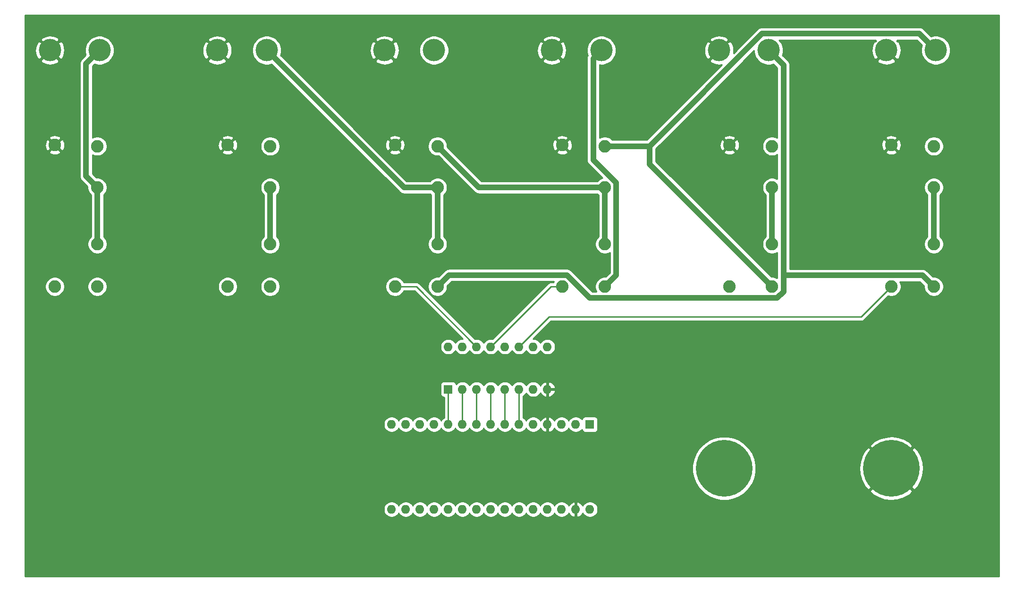
<source format=gbr>
G04 #@! TF.GenerationSoftware,KiCad,Pcbnew,5.1.8+dfsg1-1+b1*
G04 #@! TF.CreationDate,2020-12-23T10:12:17+01:00*
G04 #@! TF.ProjectId,first_try,66697273-745f-4747-9279-2e6b69636164,rev?*
G04 #@! TF.SameCoordinates,Original*
G04 #@! TF.FileFunction,Copper,L2,Bot*
G04 #@! TF.FilePolarity,Positive*
%FSLAX46Y46*%
G04 Gerber Fmt 4.6, Leading zero omitted, Abs format (unit mm)*
G04 Created by KiCad (PCBNEW 5.1.8+dfsg1-1+b1) date 2020-12-23 10:12:17*
%MOMM*%
%LPD*%
G01*
G04 APERTURE LIST*
G04 #@! TA.AperFunction,ComponentPad*
%ADD10C,4.000000*%
G04 #@! TD*
G04 #@! TA.AperFunction,ComponentPad*
%ADD11C,2.250000*%
G04 #@! TD*
G04 #@! TA.AperFunction,ComponentPad*
%ADD12C,10.160000*%
G04 #@! TD*
G04 #@! TA.AperFunction,ComponentPad*
%ADD13O,1.600000X1.600000*%
G04 #@! TD*
G04 #@! TA.AperFunction,ComponentPad*
%ADD14R,1.600000X1.600000*%
G04 #@! TD*
G04 #@! TA.AperFunction,Conductor*
%ADD15C,0.250000*%
G04 #@! TD*
G04 #@! TA.AperFunction,Conductor*
%ADD16C,1.000000*%
G04 #@! TD*
G04 #@! TA.AperFunction,Conductor*
%ADD17C,0.254000*%
G04 #@! TD*
G04 #@! TA.AperFunction,Conductor*
%ADD18C,0.100000*%
G04 #@! TD*
G04 APERTURE END LIST*
D10*
G04 #@! TO.P,J_IN3,2*
G04 #@! TO.N,GND*
X116110000Y-30000000D03*
G04 #@! TO.P,J_IN3,1*
G04 #@! TO.N,Net-(J_IN3-Pad1)*
X125000000Y-30000000D03*
G04 #@! TD*
G04 #@! TO.P,J_OUT1,2*
G04 #@! TO.N,GND*
X146110000Y-30000000D03*
G04 #@! TO.P,J_OUT1,1*
G04 #@! TO.N,Net-(J_OUT1-Pad1)*
X155000000Y-30000000D03*
G04 #@! TD*
D11*
G04 #@! TO.P,K3,1*
G04 #@! TO.N,GND*
X118000000Y-47000000D03*
G04 #@! TO.P,K3,4*
G04 #@! TO.N,Net-(K3-Pad4)*
X118000000Y-72400000D03*
G04 #@! TO.P,K3,5*
G04 #@! TO.N,Net-(J_OUT2-Pad1)*
X125620000Y-72400000D03*
G04 #@! TO.P,K3,6*
G04 #@! TO.N,Net-(J_IN2-Pad1)*
X125620000Y-64780000D03*
G04 #@! TO.P,K3,7*
X125620000Y-54620000D03*
G04 #@! TO.P,K3,8*
G04 #@! TO.N,Net-(K3-Pad8)*
X125620000Y-47200000D03*
G04 #@! TD*
D12*
G04 #@! TO.P,J1,2*
G04 #@! TO.N,VCC*
X177030000Y-105000000D03*
G04 #@! TO.P,J1,1*
G04 #@! TO.N,GND*
X207000000Y-105000000D03*
G04 #@! TD*
D11*
G04 #@! TO.P,K4,1*
G04 #@! TO.N,GND*
X148000000Y-47000000D03*
G04 #@! TO.P,K4,4*
G04 #@! TO.N,Net-(K4-Pad4)*
X148000000Y-72400000D03*
G04 #@! TO.P,K4,5*
G04 #@! TO.N,Net-(J_OUT1-Pad1)*
X155620000Y-72400000D03*
G04 #@! TO.P,K4,6*
G04 #@! TO.N,Net-(K3-Pad8)*
X155620000Y-64780000D03*
G04 #@! TO.P,K4,7*
X155620000Y-54620000D03*
G04 #@! TO.P,K4,8*
G04 #@! TO.N,Net-(J_OUT3-Pad1)*
X155620000Y-47200000D03*
G04 #@! TD*
G04 #@! TO.P,K6,1*
G04 #@! TO.N,GND*
X207000000Y-47000000D03*
G04 #@! TO.P,K6,4*
G04 #@! TO.N,Net-(K6-Pad4)*
X207000000Y-72400000D03*
G04 #@! TO.P,K6,5*
G04 #@! TO.N,Net-(J_OUT2-Pad1)*
X214620000Y-72400000D03*
G04 #@! TO.P,K6,6*
G04 #@! TO.N,Net-(K5-Pad8)*
X214620000Y-64780000D03*
G04 #@! TO.P,K6,7*
X214620000Y-54620000D03*
G04 #@! TO.P,K6,8*
G04 #@! TO.N,Net-(J_OUT1-Pad1)*
X214620000Y-47200000D03*
G04 #@! TD*
D10*
G04 #@! TO.P,J_IN2,2*
G04 #@! TO.N,GND*
X86110000Y-30000000D03*
G04 #@! TO.P,J_IN2,1*
G04 #@! TO.N,Net-(J_IN2-Pad1)*
X95000000Y-30000000D03*
G04 #@! TD*
D13*
G04 #@! TO.P,U1,16*
G04 #@! TO.N,Net-(K1-Pad4)*
X127550000Y-83180000D03*
G04 #@! TO.P,U1,8*
G04 #@! TO.N,GND*
X145330000Y-90800000D03*
G04 #@! TO.P,U1,15*
G04 #@! TO.N,Net-(K2-Pad4)*
X130090000Y-83180000D03*
G04 #@! TO.P,U1,7*
G04 #@! TO.N,N/C*
X142790000Y-90800000D03*
G04 #@! TO.P,U1,14*
G04 #@! TO.N,Net-(K3-Pad4)*
X132630000Y-83180000D03*
G04 #@! TO.P,U1,6*
G04 #@! TO.N,Net-(A1-Pad6)*
X140250000Y-90800000D03*
G04 #@! TO.P,U1,13*
G04 #@! TO.N,Net-(K4-Pad4)*
X135170000Y-83180000D03*
G04 #@! TO.P,U1,5*
G04 #@! TO.N,Net-(A1-Pad7)*
X137710000Y-90800000D03*
G04 #@! TO.P,U1,12*
G04 #@! TO.N,Net-(K5-Pad4)*
X137710000Y-83180000D03*
G04 #@! TO.P,U1,4*
G04 #@! TO.N,Net-(A1-Pad8)*
X135170000Y-90800000D03*
G04 #@! TO.P,U1,11*
G04 #@! TO.N,Net-(K6-Pad4)*
X140250000Y-83180000D03*
G04 #@! TO.P,U1,3*
G04 #@! TO.N,Net-(A1-Pad9)*
X132630000Y-90800000D03*
G04 #@! TO.P,U1,10*
G04 #@! TO.N,N/C*
X142790000Y-83180000D03*
G04 #@! TO.P,U1,2*
G04 #@! TO.N,Net-(A1-Pad10)*
X130090000Y-90800000D03*
G04 #@! TO.P,U1,9*
G04 #@! TO.N,VCC*
X145330000Y-83180000D03*
D14*
G04 #@! TO.P,U1,1*
G04 #@! TO.N,Net-(A1-Pad11)*
X127550000Y-90800000D03*
G04 #@! TD*
D11*
G04 #@! TO.P,K1,1*
G04 #@! TO.N,GND*
X57000000Y-47000000D03*
G04 #@! TO.P,K1,4*
G04 #@! TO.N,Net-(K1-Pad4)*
X57000000Y-72400000D03*
G04 #@! TO.P,K1,5*
G04 #@! TO.N,Net-(J_OUT1-Pad1)*
X64620000Y-72400000D03*
G04 #@! TO.P,K1,6*
G04 #@! TO.N,Net-(J_IN1-Pad1)*
X64620000Y-64780000D03*
G04 #@! TO.P,K1,7*
X64620000Y-54620000D03*
G04 #@! TO.P,K1,8*
G04 #@! TO.N,Net-(K1-Pad8)*
X64620000Y-47200000D03*
G04 #@! TD*
D10*
G04 #@! TO.P,J_OUT3,2*
G04 #@! TO.N,GND*
X206110000Y-30000000D03*
G04 #@! TO.P,J_OUT3,1*
G04 #@! TO.N,Net-(J_OUT3-Pad1)*
X215000000Y-30000000D03*
G04 #@! TD*
G04 #@! TO.P,J_OUT2,2*
G04 #@! TO.N,GND*
X176110000Y-30000000D03*
G04 #@! TO.P,J_OUT2,1*
G04 #@! TO.N,Net-(J_OUT2-Pad1)*
X185000000Y-30000000D03*
G04 #@! TD*
G04 #@! TO.P,J_IN1,2*
G04 #@! TO.N,GND*
X56110000Y-30000000D03*
G04 #@! TO.P,J_IN1,1*
G04 #@! TO.N,Net-(J_IN1-Pad1)*
X65000000Y-30000000D03*
G04 #@! TD*
D11*
G04 #@! TO.P,K5,1*
G04 #@! TO.N,GND*
X178000000Y-47000000D03*
G04 #@! TO.P,K5,4*
G04 #@! TO.N,Net-(K5-Pad4)*
X178000000Y-72400000D03*
G04 #@! TO.P,K5,5*
G04 #@! TO.N,Net-(J_OUT3-Pad1)*
X185620000Y-72400000D03*
G04 #@! TO.P,K5,6*
G04 #@! TO.N,Net-(J_IN3-Pad1)*
X185620000Y-64780000D03*
G04 #@! TO.P,K5,7*
X185620000Y-54620000D03*
G04 #@! TO.P,K5,8*
G04 #@! TO.N,Net-(K5-Pad8)*
X185620000Y-47200000D03*
G04 #@! TD*
D13*
G04 #@! TO.P,A1,16*
G04 #@! TO.N,N/C*
X117390000Y-112360000D03*
G04 #@! TO.P,A1,15*
X117390000Y-97120000D03*
G04 #@! TO.P,A1,30*
G04 #@! TO.N,VCC*
X152950000Y-112360000D03*
G04 #@! TO.P,A1,14*
G04 #@! TO.N,N/C*
X119930000Y-97120000D03*
G04 #@! TO.P,A1,29*
G04 #@! TO.N,GND*
X150410000Y-112360000D03*
G04 #@! TO.P,A1,13*
G04 #@! TO.N,N/C*
X122470000Y-97120000D03*
G04 #@! TO.P,A1,28*
X147870000Y-112360000D03*
G04 #@! TO.P,A1,12*
X125010000Y-97120000D03*
G04 #@! TO.P,A1,27*
X145330000Y-112360000D03*
G04 #@! TO.P,A1,11*
G04 #@! TO.N,Net-(A1-Pad11)*
X127550000Y-97120000D03*
G04 #@! TO.P,A1,26*
G04 #@! TO.N,N/C*
X142790000Y-112360000D03*
G04 #@! TO.P,A1,10*
G04 #@! TO.N,Net-(A1-Pad10)*
X130090000Y-97120000D03*
G04 #@! TO.P,A1,25*
G04 #@! TO.N,N/C*
X140250000Y-112360000D03*
G04 #@! TO.P,A1,9*
G04 #@! TO.N,Net-(A1-Pad9)*
X132630000Y-97120000D03*
G04 #@! TO.P,A1,24*
G04 #@! TO.N,N/C*
X137710000Y-112360000D03*
G04 #@! TO.P,A1,8*
G04 #@! TO.N,Net-(A1-Pad8)*
X135170000Y-97120000D03*
G04 #@! TO.P,A1,23*
G04 #@! TO.N,N/C*
X135170000Y-112360000D03*
G04 #@! TO.P,A1,7*
G04 #@! TO.N,Net-(A1-Pad7)*
X137710000Y-97120000D03*
G04 #@! TO.P,A1,22*
G04 #@! TO.N,N/C*
X132630000Y-112360000D03*
G04 #@! TO.P,A1,6*
G04 #@! TO.N,Net-(A1-Pad6)*
X140250000Y-97120000D03*
G04 #@! TO.P,A1,21*
G04 #@! TO.N,N/C*
X130090000Y-112360000D03*
G04 #@! TO.P,A1,5*
X142790000Y-97120000D03*
G04 #@! TO.P,A1,20*
X127550000Y-112360000D03*
G04 #@! TO.P,A1,4*
G04 #@! TO.N,GND*
X145330000Y-97120000D03*
G04 #@! TO.P,A1,19*
G04 #@! TO.N,N/C*
X125010000Y-112360000D03*
G04 #@! TO.P,A1,3*
X147870000Y-97120000D03*
G04 #@! TO.P,A1,18*
X122470000Y-112360000D03*
G04 #@! TO.P,A1,2*
X150410000Y-97120000D03*
G04 #@! TO.P,A1,17*
X119930000Y-112360000D03*
D14*
G04 #@! TO.P,A1,1*
X152950000Y-97120000D03*
G04 #@! TD*
D11*
G04 #@! TO.P,K2,1*
G04 #@! TO.N,GND*
X88000000Y-47000000D03*
G04 #@! TO.P,K2,4*
G04 #@! TO.N,Net-(K2-Pad4)*
X88000000Y-72400000D03*
G04 #@! TO.P,K2,5*
G04 #@! TO.N,Net-(J_OUT2-Pad1)*
X95620000Y-72400000D03*
G04 #@! TO.P,K2,6*
G04 #@! TO.N,Net-(K1-Pad8)*
X95620000Y-64780000D03*
G04 #@! TO.P,K2,7*
X95620000Y-54620000D03*
G04 #@! TO.P,K2,8*
G04 #@! TO.N,Net-(J_OUT3-Pad1)*
X95620000Y-47200000D03*
G04 #@! TD*
D15*
G04 #@! TO.N,Net-(A1-Pad11)*
X127550000Y-97120000D02*
X127550000Y-90800000D01*
G04 #@! TO.N,Net-(A1-Pad10)*
X130090000Y-97120000D02*
X130090000Y-90800000D01*
G04 #@! TO.N,Net-(A1-Pad9)*
X132630000Y-97120000D02*
X132630000Y-90800000D01*
G04 #@! TO.N,Net-(A1-Pad8)*
X135170000Y-97120000D02*
X135170000Y-90800000D01*
G04 #@! TO.N,Net-(K3-Pad4)*
X132630000Y-83180000D02*
X121850000Y-72400000D01*
X121850000Y-72400000D02*
X118000000Y-72400000D01*
G04 #@! TO.N,Net-(K4-Pad4)*
X135170000Y-83180000D02*
X145950000Y-72400000D01*
X145950000Y-72400000D02*
X148000000Y-72400000D01*
G04 #@! TO.N,Net-(K6-Pad4)*
X140250000Y-83180000D02*
X145607900Y-77822100D01*
X145607900Y-77822100D02*
X201577900Y-77822100D01*
X201577900Y-77822100D02*
X207000000Y-72400000D01*
G04 #@! TO.N,Net-(A1-Pad7)*
X137710000Y-97120000D02*
X137710000Y-90800000D01*
G04 #@! TO.N,Net-(A1-Pad6)*
X140250000Y-97120000D02*
X140250000Y-90800000D01*
D16*
G04 #@! TO.N,Net-(J_IN1-Pad1)*
X64620000Y-54620000D02*
X62591100Y-52591100D01*
X62591100Y-52591100D02*
X62591100Y-32408900D01*
X62591100Y-32408900D02*
X65000000Y-30000000D01*
X64620000Y-64780000D02*
X64620000Y-54620000D01*
G04 #@! TO.N,Net-(J_IN2-Pad1)*
X125620000Y-54620000D02*
X119620000Y-54620000D01*
X119620000Y-54620000D02*
X95000000Y-30000000D01*
X125620000Y-54620000D02*
X125620000Y-64780000D01*
G04 #@! TO.N,Net-(J_IN3-Pad1)*
X185620000Y-54620000D02*
X185620000Y-64780000D01*
G04 #@! TO.N,Net-(J_OUT1-Pad1)*
X155620000Y-72400000D02*
X157645500Y-70374500D01*
X157645500Y-70374500D02*
X157645500Y-53781100D01*
X157645500Y-53781100D02*
X153551600Y-49687200D01*
X153551600Y-49687200D02*
X153551600Y-31448400D01*
X153551600Y-31448400D02*
X155000000Y-30000000D01*
G04 #@! TO.N,Net-(J_OUT2-Pad1)*
X187674200Y-70367600D02*
X187674200Y-32674200D01*
X187674200Y-32674200D02*
X185000000Y-30000000D01*
X125620000Y-72400000D02*
X127692000Y-70328000D01*
X127692000Y-70328000D02*
X148838600Y-70328000D01*
X148838600Y-70328000D02*
X152944200Y-74433600D01*
X152944200Y-74433600D02*
X186530700Y-74433600D01*
X186530700Y-74433600D02*
X187674200Y-73290100D01*
X187674200Y-73290100D02*
X187674200Y-70367600D01*
X214620000Y-72400000D02*
X212587600Y-70367600D01*
X212587600Y-70367600D02*
X187674200Y-70367600D01*
G04 #@! TO.N,Net-(J_OUT3-Pad1)*
X163647800Y-47200000D02*
X155620000Y-47200000D01*
X215000000Y-30000000D02*
X212039000Y-27039000D01*
X212039000Y-27039000D02*
X183808800Y-27039000D01*
X183808800Y-27039000D02*
X163647800Y-47200000D01*
X185620000Y-72400000D02*
X163647800Y-50427800D01*
X163647800Y-50427800D02*
X163647800Y-47200000D01*
G04 #@! TO.N,Net-(K1-Pad8)*
X95620000Y-54620000D02*
X95620000Y-64780000D01*
G04 #@! TO.N,Net-(K3-Pad8)*
X155620000Y-54620000D02*
X133040000Y-54620000D01*
X133040000Y-54620000D02*
X125620000Y-47200000D01*
X155620000Y-54620000D02*
X155620000Y-64780000D01*
G04 #@! TO.N,Net-(K5-Pad8)*
X214620000Y-54620000D02*
X214620000Y-64780000D01*
G04 #@! TD*
D17*
G04 #@! TO.N,GND*
X226340001Y-124340000D02*
X51660000Y-124340000D01*
X51660000Y-112218665D01*
X115955000Y-112218665D01*
X115955000Y-112501335D01*
X116010147Y-112778574D01*
X116118320Y-113039727D01*
X116275363Y-113274759D01*
X116475241Y-113474637D01*
X116710273Y-113631680D01*
X116971426Y-113739853D01*
X117248665Y-113795000D01*
X117531335Y-113795000D01*
X117808574Y-113739853D01*
X118069727Y-113631680D01*
X118304759Y-113474637D01*
X118504637Y-113274759D01*
X118660000Y-113042241D01*
X118815363Y-113274759D01*
X119015241Y-113474637D01*
X119250273Y-113631680D01*
X119511426Y-113739853D01*
X119788665Y-113795000D01*
X120071335Y-113795000D01*
X120348574Y-113739853D01*
X120609727Y-113631680D01*
X120844759Y-113474637D01*
X121044637Y-113274759D01*
X121200000Y-113042241D01*
X121355363Y-113274759D01*
X121555241Y-113474637D01*
X121790273Y-113631680D01*
X122051426Y-113739853D01*
X122328665Y-113795000D01*
X122611335Y-113795000D01*
X122888574Y-113739853D01*
X123149727Y-113631680D01*
X123384759Y-113474637D01*
X123584637Y-113274759D01*
X123740000Y-113042241D01*
X123895363Y-113274759D01*
X124095241Y-113474637D01*
X124330273Y-113631680D01*
X124591426Y-113739853D01*
X124868665Y-113795000D01*
X125151335Y-113795000D01*
X125428574Y-113739853D01*
X125689727Y-113631680D01*
X125924759Y-113474637D01*
X126124637Y-113274759D01*
X126280000Y-113042241D01*
X126435363Y-113274759D01*
X126635241Y-113474637D01*
X126870273Y-113631680D01*
X127131426Y-113739853D01*
X127408665Y-113795000D01*
X127691335Y-113795000D01*
X127968574Y-113739853D01*
X128229727Y-113631680D01*
X128464759Y-113474637D01*
X128664637Y-113274759D01*
X128820000Y-113042241D01*
X128975363Y-113274759D01*
X129175241Y-113474637D01*
X129410273Y-113631680D01*
X129671426Y-113739853D01*
X129948665Y-113795000D01*
X130231335Y-113795000D01*
X130508574Y-113739853D01*
X130769727Y-113631680D01*
X131004759Y-113474637D01*
X131204637Y-113274759D01*
X131360000Y-113042241D01*
X131515363Y-113274759D01*
X131715241Y-113474637D01*
X131950273Y-113631680D01*
X132211426Y-113739853D01*
X132488665Y-113795000D01*
X132771335Y-113795000D01*
X133048574Y-113739853D01*
X133309727Y-113631680D01*
X133544759Y-113474637D01*
X133744637Y-113274759D01*
X133900000Y-113042241D01*
X134055363Y-113274759D01*
X134255241Y-113474637D01*
X134490273Y-113631680D01*
X134751426Y-113739853D01*
X135028665Y-113795000D01*
X135311335Y-113795000D01*
X135588574Y-113739853D01*
X135849727Y-113631680D01*
X136084759Y-113474637D01*
X136284637Y-113274759D01*
X136440000Y-113042241D01*
X136595363Y-113274759D01*
X136795241Y-113474637D01*
X137030273Y-113631680D01*
X137291426Y-113739853D01*
X137568665Y-113795000D01*
X137851335Y-113795000D01*
X138128574Y-113739853D01*
X138389727Y-113631680D01*
X138624759Y-113474637D01*
X138824637Y-113274759D01*
X138980000Y-113042241D01*
X139135363Y-113274759D01*
X139335241Y-113474637D01*
X139570273Y-113631680D01*
X139831426Y-113739853D01*
X140108665Y-113795000D01*
X140391335Y-113795000D01*
X140668574Y-113739853D01*
X140929727Y-113631680D01*
X141164759Y-113474637D01*
X141364637Y-113274759D01*
X141520000Y-113042241D01*
X141675363Y-113274759D01*
X141875241Y-113474637D01*
X142110273Y-113631680D01*
X142371426Y-113739853D01*
X142648665Y-113795000D01*
X142931335Y-113795000D01*
X143208574Y-113739853D01*
X143469727Y-113631680D01*
X143704759Y-113474637D01*
X143904637Y-113274759D01*
X144060000Y-113042241D01*
X144215363Y-113274759D01*
X144415241Y-113474637D01*
X144650273Y-113631680D01*
X144911426Y-113739853D01*
X145188665Y-113795000D01*
X145471335Y-113795000D01*
X145748574Y-113739853D01*
X146009727Y-113631680D01*
X146244759Y-113474637D01*
X146444637Y-113274759D01*
X146600000Y-113042241D01*
X146755363Y-113274759D01*
X146955241Y-113474637D01*
X147190273Y-113631680D01*
X147451426Y-113739853D01*
X147728665Y-113795000D01*
X148011335Y-113795000D01*
X148288574Y-113739853D01*
X148549727Y-113631680D01*
X148784759Y-113474637D01*
X148984637Y-113274759D01*
X149141680Y-113039727D01*
X149146067Y-113029135D01*
X149257615Y-113215131D01*
X149446586Y-113423519D01*
X149672580Y-113591037D01*
X149926913Y-113711246D01*
X150060961Y-113751904D01*
X150283000Y-113629915D01*
X150283000Y-112487000D01*
X150263000Y-112487000D01*
X150263000Y-112233000D01*
X150283000Y-112233000D01*
X150283000Y-111090085D01*
X150537000Y-111090085D01*
X150537000Y-112233000D01*
X150557000Y-112233000D01*
X150557000Y-112487000D01*
X150537000Y-112487000D01*
X150537000Y-113629915D01*
X150759039Y-113751904D01*
X150893087Y-113711246D01*
X151147420Y-113591037D01*
X151373414Y-113423519D01*
X151562385Y-113215131D01*
X151673933Y-113029135D01*
X151678320Y-113039727D01*
X151835363Y-113274759D01*
X152035241Y-113474637D01*
X152270273Y-113631680D01*
X152531426Y-113739853D01*
X152808665Y-113795000D01*
X153091335Y-113795000D01*
X153368574Y-113739853D01*
X153629727Y-113631680D01*
X153864759Y-113474637D01*
X154064637Y-113274759D01*
X154221680Y-113039727D01*
X154329853Y-112778574D01*
X154385000Y-112501335D01*
X154385000Y-112218665D01*
X154329853Y-111941426D01*
X154221680Y-111680273D01*
X154064637Y-111445241D01*
X153864759Y-111245363D01*
X153629727Y-111088320D01*
X153368574Y-110980147D01*
X153091335Y-110925000D01*
X152808665Y-110925000D01*
X152531426Y-110980147D01*
X152270273Y-111088320D01*
X152035241Y-111245363D01*
X151835363Y-111445241D01*
X151678320Y-111680273D01*
X151673933Y-111690865D01*
X151562385Y-111504869D01*
X151373414Y-111296481D01*
X151147420Y-111128963D01*
X150893087Y-111008754D01*
X150759039Y-110968096D01*
X150537000Y-111090085D01*
X150283000Y-111090085D01*
X150060961Y-110968096D01*
X149926913Y-111008754D01*
X149672580Y-111128963D01*
X149446586Y-111296481D01*
X149257615Y-111504869D01*
X149146067Y-111690865D01*
X149141680Y-111680273D01*
X148984637Y-111445241D01*
X148784759Y-111245363D01*
X148549727Y-111088320D01*
X148288574Y-110980147D01*
X148011335Y-110925000D01*
X147728665Y-110925000D01*
X147451426Y-110980147D01*
X147190273Y-111088320D01*
X146955241Y-111245363D01*
X146755363Y-111445241D01*
X146600000Y-111677759D01*
X146444637Y-111445241D01*
X146244759Y-111245363D01*
X146009727Y-111088320D01*
X145748574Y-110980147D01*
X145471335Y-110925000D01*
X145188665Y-110925000D01*
X144911426Y-110980147D01*
X144650273Y-111088320D01*
X144415241Y-111245363D01*
X144215363Y-111445241D01*
X144060000Y-111677759D01*
X143904637Y-111445241D01*
X143704759Y-111245363D01*
X143469727Y-111088320D01*
X143208574Y-110980147D01*
X142931335Y-110925000D01*
X142648665Y-110925000D01*
X142371426Y-110980147D01*
X142110273Y-111088320D01*
X141875241Y-111245363D01*
X141675363Y-111445241D01*
X141520000Y-111677759D01*
X141364637Y-111445241D01*
X141164759Y-111245363D01*
X140929727Y-111088320D01*
X140668574Y-110980147D01*
X140391335Y-110925000D01*
X140108665Y-110925000D01*
X139831426Y-110980147D01*
X139570273Y-111088320D01*
X139335241Y-111245363D01*
X139135363Y-111445241D01*
X138980000Y-111677759D01*
X138824637Y-111445241D01*
X138624759Y-111245363D01*
X138389727Y-111088320D01*
X138128574Y-110980147D01*
X137851335Y-110925000D01*
X137568665Y-110925000D01*
X137291426Y-110980147D01*
X137030273Y-111088320D01*
X136795241Y-111245363D01*
X136595363Y-111445241D01*
X136440000Y-111677759D01*
X136284637Y-111445241D01*
X136084759Y-111245363D01*
X135849727Y-111088320D01*
X135588574Y-110980147D01*
X135311335Y-110925000D01*
X135028665Y-110925000D01*
X134751426Y-110980147D01*
X134490273Y-111088320D01*
X134255241Y-111245363D01*
X134055363Y-111445241D01*
X133900000Y-111677759D01*
X133744637Y-111445241D01*
X133544759Y-111245363D01*
X133309727Y-111088320D01*
X133048574Y-110980147D01*
X132771335Y-110925000D01*
X132488665Y-110925000D01*
X132211426Y-110980147D01*
X131950273Y-111088320D01*
X131715241Y-111245363D01*
X131515363Y-111445241D01*
X131360000Y-111677759D01*
X131204637Y-111445241D01*
X131004759Y-111245363D01*
X130769727Y-111088320D01*
X130508574Y-110980147D01*
X130231335Y-110925000D01*
X129948665Y-110925000D01*
X129671426Y-110980147D01*
X129410273Y-111088320D01*
X129175241Y-111245363D01*
X128975363Y-111445241D01*
X128820000Y-111677759D01*
X128664637Y-111445241D01*
X128464759Y-111245363D01*
X128229727Y-111088320D01*
X127968574Y-110980147D01*
X127691335Y-110925000D01*
X127408665Y-110925000D01*
X127131426Y-110980147D01*
X126870273Y-111088320D01*
X126635241Y-111245363D01*
X126435363Y-111445241D01*
X126280000Y-111677759D01*
X126124637Y-111445241D01*
X125924759Y-111245363D01*
X125689727Y-111088320D01*
X125428574Y-110980147D01*
X125151335Y-110925000D01*
X124868665Y-110925000D01*
X124591426Y-110980147D01*
X124330273Y-111088320D01*
X124095241Y-111245363D01*
X123895363Y-111445241D01*
X123740000Y-111677759D01*
X123584637Y-111445241D01*
X123384759Y-111245363D01*
X123149727Y-111088320D01*
X122888574Y-110980147D01*
X122611335Y-110925000D01*
X122328665Y-110925000D01*
X122051426Y-110980147D01*
X121790273Y-111088320D01*
X121555241Y-111245363D01*
X121355363Y-111445241D01*
X121200000Y-111677759D01*
X121044637Y-111445241D01*
X120844759Y-111245363D01*
X120609727Y-111088320D01*
X120348574Y-110980147D01*
X120071335Y-110925000D01*
X119788665Y-110925000D01*
X119511426Y-110980147D01*
X119250273Y-111088320D01*
X119015241Y-111245363D01*
X118815363Y-111445241D01*
X118660000Y-111677759D01*
X118504637Y-111445241D01*
X118304759Y-111245363D01*
X118069727Y-111088320D01*
X117808574Y-110980147D01*
X117531335Y-110925000D01*
X117248665Y-110925000D01*
X116971426Y-110980147D01*
X116710273Y-111088320D01*
X116475241Y-111245363D01*
X116275363Y-111445241D01*
X116118320Y-111680273D01*
X116010147Y-111941426D01*
X115955000Y-112218665D01*
X51660000Y-112218665D01*
X51660000Y-104437122D01*
X171315000Y-104437122D01*
X171315000Y-105562878D01*
X171534625Y-106667004D01*
X171965433Y-107707067D01*
X172590870Y-108643100D01*
X173386900Y-109439130D01*
X174322933Y-110064567D01*
X175362996Y-110495375D01*
X176467122Y-110715000D01*
X177592878Y-110715000D01*
X178697004Y-110495375D01*
X179737067Y-110064567D01*
X180673100Y-109439130D01*
X181075034Y-109037196D01*
X203142409Y-109037196D01*
X203728124Y-109719416D01*
X204711704Y-110267045D01*
X205783223Y-110612265D01*
X206901501Y-110741808D01*
X208023565Y-110650697D01*
X209106294Y-110342433D01*
X210108079Y-109828863D01*
X210271876Y-109719416D01*
X210857591Y-109037196D01*
X207000000Y-105179605D01*
X203142409Y-109037196D01*
X181075034Y-109037196D01*
X181469130Y-108643100D01*
X182094567Y-107707067D01*
X182525375Y-106667004D01*
X182745000Y-105562878D01*
X182745000Y-104901501D01*
X201258192Y-104901501D01*
X201349303Y-106023565D01*
X201657567Y-107106294D01*
X202171137Y-108108079D01*
X202280584Y-108271876D01*
X202962804Y-108857591D01*
X206820395Y-105000000D01*
X207179605Y-105000000D01*
X211037196Y-108857591D01*
X211719416Y-108271876D01*
X212267045Y-107288296D01*
X212612265Y-106216777D01*
X212741808Y-105098499D01*
X212650697Y-103976435D01*
X212342433Y-102893706D01*
X211828863Y-101891921D01*
X211719416Y-101728124D01*
X211037196Y-101142409D01*
X207179605Y-105000000D01*
X206820395Y-105000000D01*
X202962804Y-101142409D01*
X202280584Y-101728124D01*
X201732955Y-102711704D01*
X201387735Y-103783223D01*
X201258192Y-104901501D01*
X182745000Y-104901501D01*
X182745000Y-104437122D01*
X182525375Y-103332996D01*
X182094567Y-102292933D01*
X181469130Y-101356900D01*
X181075034Y-100962804D01*
X203142409Y-100962804D01*
X207000000Y-104820395D01*
X210857591Y-100962804D01*
X210271876Y-100280584D01*
X209288296Y-99732955D01*
X208216777Y-99387735D01*
X207098499Y-99258192D01*
X205976435Y-99349303D01*
X204893706Y-99657567D01*
X203891921Y-100171137D01*
X203728124Y-100280584D01*
X203142409Y-100962804D01*
X181075034Y-100962804D01*
X180673100Y-100560870D01*
X179737067Y-99935433D01*
X178697004Y-99504625D01*
X177592878Y-99285000D01*
X176467122Y-99285000D01*
X175362996Y-99504625D01*
X174322933Y-99935433D01*
X173386900Y-100560870D01*
X172590870Y-101356900D01*
X171965433Y-102292933D01*
X171534625Y-103332996D01*
X171315000Y-104437122D01*
X51660000Y-104437122D01*
X51660000Y-96978665D01*
X115955000Y-96978665D01*
X115955000Y-97261335D01*
X116010147Y-97538574D01*
X116118320Y-97799727D01*
X116275363Y-98034759D01*
X116475241Y-98234637D01*
X116710273Y-98391680D01*
X116971426Y-98499853D01*
X117248665Y-98555000D01*
X117531335Y-98555000D01*
X117808574Y-98499853D01*
X118069727Y-98391680D01*
X118304759Y-98234637D01*
X118504637Y-98034759D01*
X118660000Y-97802241D01*
X118815363Y-98034759D01*
X119015241Y-98234637D01*
X119250273Y-98391680D01*
X119511426Y-98499853D01*
X119788665Y-98555000D01*
X120071335Y-98555000D01*
X120348574Y-98499853D01*
X120609727Y-98391680D01*
X120844759Y-98234637D01*
X121044637Y-98034759D01*
X121200000Y-97802241D01*
X121355363Y-98034759D01*
X121555241Y-98234637D01*
X121790273Y-98391680D01*
X122051426Y-98499853D01*
X122328665Y-98555000D01*
X122611335Y-98555000D01*
X122888574Y-98499853D01*
X123149727Y-98391680D01*
X123384759Y-98234637D01*
X123584637Y-98034759D01*
X123740000Y-97802241D01*
X123895363Y-98034759D01*
X124095241Y-98234637D01*
X124330273Y-98391680D01*
X124591426Y-98499853D01*
X124868665Y-98555000D01*
X125151335Y-98555000D01*
X125428574Y-98499853D01*
X125689727Y-98391680D01*
X125924759Y-98234637D01*
X126124637Y-98034759D01*
X126280000Y-97802241D01*
X126435363Y-98034759D01*
X126635241Y-98234637D01*
X126870273Y-98391680D01*
X127131426Y-98499853D01*
X127408665Y-98555000D01*
X127691335Y-98555000D01*
X127968574Y-98499853D01*
X128229727Y-98391680D01*
X128464759Y-98234637D01*
X128664637Y-98034759D01*
X128820000Y-97802241D01*
X128975363Y-98034759D01*
X129175241Y-98234637D01*
X129410273Y-98391680D01*
X129671426Y-98499853D01*
X129948665Y-98555000D01*
X130231335Y-98555000D01*
X130508574Y-98499853D01*
X130769727Y-98391680D01*
X131004759Y-98234637D01*
X131204637Y-98034759D01*
X131360000Y-97802241D01*
X131515363Y-98034759D01*
X131715241Y-98234637D01*
X131950273Y-98391680D01*
X132211426Y-98499853D01*
X132488665Y-98555000D01*
X132771335Y-98555000D01*
X133048574Y-98499853D01*
X133309727Y-98391680D01*
X133544759Y-98234637D01*
X133744637Y-98034759D01*
X133900000Y-97802241D01*
X134055363Y-98034759D01*
X134255241Y-98234637D01*
X134490273Y-98391680D01*
X134751426Y-98499853D01*
X135028665Y-98555000D01*
X135311335Y-98555000D01*
X135588574Y-98499853D01*
X135849727Y-98391680D01*
X136084759Y-98234637D01*
X136284637Y-98034759D01*
X136440000Y-97802241D01*
X136595363Y-98034759D01*
X136795241Y-98234637D01*
X137030273Y-98391680D01*
X137291426Y-98499853D01*
X137568665Y-98555000D01*
X137851335Y-98555000D01*
X138128574Y-98499853D01*
X138389727Y-98391680D01*
X138624759Y-98234637D01*
X138824637Y-98034759D01*
X138980000Y-97802241D01*
X139135363Y-98034759D01*
X139335241Y-98234637D01*
X139570273Y-98391680D01*
X139831426Y-98499853D01*
X140108665Y-98555000D01*
X140391335Y-98555000D01*
X140668574Y-98499853D01*
X140929727Y-98391680D01*
X141164759Y-98234637D01*
X141364637Y-98034759D01*
X141520000Y-97802241D01*
X141675363Y-98034759D01*
X141875241Y-98234637D01*
X142110273Y-98391680D01*
X142371426Y-98499853D01*
X142648665Y-98555000D01*
X142931335Y-98555000D01*
X143208574Y-98499853D01*
X143469727Y-98391680D01*
X143704759Y-98234637D01*
X143904637Y-98034759D01*
X144061680Y-97799727D01*
X144066067Y-97789135D01*
X144177615Y-97975131D01*
X144366586Y-98183519D01*
X144592580Y-98351037D01*
X144846913Y-98471246D01*
X144980961Y-98511904D01*
X145203000Y-98389915D01*
X145203000Y-97247000D01*
X145183000Y-97247000D01*
X145183000Y-96993000D01*
X145203000Y-96993000D01*
X145203000Y-95850085D01*
X145457000Y-95850085D01*
X145457000Y-96993000D01*
X145477000Y-96993000D01*
X145477000Y-97247000D01*
X145457000Y-97247000D01*
X145457000Y-98389915D01*
X145679039Y-98511904D01*
X145813087Y-98471246D01*
X146067420Y-98351037D01*
X146293414Y-98183519D01*
X146482385Y-97975131D01*
X146593933Y-97789135D01*
X146598320Y-97799727D01*
X146755363Y-98034759D01*
X146955241Y-98234637D01*
X147190273Y-98391680D01*
X147451426Y-98499853D01*
X147728665Y-98555000D01*
X148011335Y-98555000D01*
X148288574Y-98499853D01*
X148549727Y-98391680D01*
X148784759Y-98234637D01*
X148984637Y-98034759D01*
X149140000Y-97802241D01*
X149295363Y-98034759D01*
X149495241Y-98234637D01*
X149730273Y-98391680D01*
X149991426Y-98499853D01*
X150268665Y-98555000D01*
X150551335Y-98555000D01*
X150828574Y-98499853D01*
X151089727Y-98391680D01*
X151324759Y-98234637D01*
X151523357Y-98036039D01*
X151524188Y-98044482D01*
X151560498Y-98164180D01*
X151619463Y-98274494D01*
X151698815Y-98371185D01*
X151795506Y-98450537D01*
X151905820Y-98509502D01*
X152025518Y-98545812D01*
X152150000Y-98558072D01*
X153750000Y-98558072D01*
X153874482Y-98545812D01*
X153994180Y-98509502D01*
X154104494Y-98450537D01*
X154201185Y-98371185D01*
X154280537Y-98274494D01*
X154339502Y-98164180D01*
X154375812Y-98044482D01*
X154388072Y-97920000D01*
X154388072Y-96320000D01*
X154375812Y-96195518D01*
X154339502Y-96075820D01*
X154280537Y-95965506D01*
X154201185Y-95868815D01*
X154104494Y-95789463D01*
X153994180Y-95730498D01*
X153874482Y-95694188D01*
X153750000Y-95681928D01*
X152150000Y-95681928D01*
X152025518Y-95694188D01*
X151905820Y-95730498D01*
X151795506Y-95789463D01*
X151698815Y-95868815D01*
X151619463Y-95965506D01*
X151560498Y-96075820D01*
X151524188Y-96195518D01*
X151523357Y-96203961D01*
X151324759Y-96005363D01*
X151089727Y-95848320D01*
X150828574Y-95740147D01*
X150551335Y-95685000D01*
X150268665Y-95685000D01*
X149991426Y-95740147D01*
X149730273Y-95848320D01*
X149495241Y-96005363D01*
X149295363Y-96205241D01*
X149140000Y-96437759D01*
X148984637Y-96205241D01*
X148784759Y-96005363D01*
X148549727Y-95848320D01*
X148288574Y-95740147D01*
X148011335Y-95685000D01*
X147728665Y-95685000D01*
X147451426Y-95740147D01*
X147190273Y-95848320D01*
X146955241Y-96005363D01*
X146755363Y-96205241D01*
X146598320Y-96440273D01*
X146593933Y-96450865D01*
X146482385Y-96264869D01*
X146293414Y-96056481D01*
X146067420Y-95888963D01*
X145813087Y-95768754D01*
X145679039Y-95728096D01*
X145457000Y-95850085D01*
X145203000Y-95850085D01*
X144980961Y-95728096D01*
X144846913Y-95768754D01*
X144592580Y-95888963D01*
X144366586Y-96056481D01*
X144177615Y-96264869D01*
X144066067Y-96450865D01*
X144061680Y-96440273D01*
X143904637Y-96205241D01*
X143704759Y-96005363D01*
X143469727Y-95848320D01*
X143208574Y-95740147D01*
X142931335Y-95685000D01*
X142648665Y-95685000D01*
X142371426Y-95740147D01*
X142110273Y-95848320D01*
X141875241Y-96005363D01*
X141675363Y-96205241D01*
X141520000Y-96437759D01*
X141364637Y-96205241D01*
X141164759Y-96005363D01*
X141010000Y-95901957D01*
X141010000Y-92018043D01*
X141164759Y-91914637D01*
X141364637Y-91714759D01*
X141520000Y-91482241D01*
X141675363Y-91714759D01*
X141875241Y-91914637D01*
X142110273Y-92071680D01*
X142371426Y-92179853D01*
X142648665Y-92235000D01*
X142931335Y-92235000D01*
X143208574Y-92179853D01*
X143469727Y-92071680D01*
X143704759Y-91914637D01*
X143904637Y-91714759D01*
X144061680Y-91479727D01*
X144066067Y-91469135D01*
X144177615Y-91655131D01*
X144366586Y-91863519D01*
X144592580Y-92031037D01*
X144846913Y-92151246D01*
X144980961Y-92191904D01*
X145203000Y-92069915D01*
X145203000Y-90927000D01*
X145457000Y-90927000D01*
X145457000Y-92069915D01*
X145679039Y-92191904D01*
X145813087Y-92151246D01*
X146067420Y-92031037D01*
X146293414Y-91863519D01*
X146482385Y-91655131D01*
X146627070Y-91413881D01*
X146721909Y-91149040D01*
X146600624Y-90927000D01*
X145457000Y-90927000D01*
X145203000Y-90927000D01*
X145183000Y-90927000D01*
X145183000Y-90673000D01*
X145203000Y-90673000D01*
X145203000Y-89530085D01*
X145457000Y-89530085D01*
X145457000Y-90673000D01*
X146600624Y-90673000D01*
X146721909Y-90450960D01*
X146627070Y-90186119D01*
X146482385Y-89944869D01*
X146293414Y-89736481D01*
X146067420Y-89568963D01*
X145813087Y-89448754D01*
X145679039Y-89408096D01*
X145457000Y-89530085D01*
X145203000Y-89530085D01*
X144980961Y-89408096D01*
X144846913Y-89448754D01*
X144592580Y-89568963D01*
X144366586Y-89736481D01*
X144177615Y-89944869D01*
X144066067Y-90130865D01*
X144061680Y-90120273D01*
X143904637Y-89885241D01*
X143704759Y-89685363D01*
X143469727Y-89528320D01*
X143208574Y-89420147D01*
X142931335Y-89365000D01*
X142648665Y-89365000D01*
X142371426Y-89420147D01*
X142110273Y-89528320D01*
X141875241Y-89685363D01*
X141675363Y-89885241D01*
X141520000Y-90117759D01*
X141364637Y-89885241D01*
X141164759Y-89685363D01*
X140929727Y-89528320D01*
X140668574Y-89420147D01*
X140391335Y-89365000D01*
X140108665Y-89365000D01*
X139831426Y-89420147D01*
X139570273Y-89528320D01*
X139335241Y-89685363D01*
X139135363Y-89885241D01*
X138980000Y-90117759D01*
X138824637Y-89885241D01*
X138624759Y-89685363D01*
X138389727Y-89528320D01*
X138128574Y-89420147D01*
X137851335Y-89365000D01*
X137568665Y-89365000D01*
X137291426Y-89420147D01*
X137030273Y-89528320D01*
X136795241Y-89685363D01*
X136595363Y-89885241D01*
X136440000Y-90117759D01*
X136284637Y-89885241D01*
X136084759Y-89685363D01*
X135849727Y-89528320D01*
X135588574Y-89420147D01*
X135311335Y-89365000D01*
X135028665Y-89365000D01*
X134751426Y-89420147D01*
X134490273Y-89528320D01*
X134255241Y-89685363D01*
X134055363Y-89885241D01*
X133900000Y-90117759D01*
X133744637Y-89885241D01*
X133544759Y-89685363D01*
X133309727Y-89528320D01*
X133048574Y-89420147D01*
X132771335Y-89365000D01*
X132488665Y-89365000D01*
X132211426Y-89420147D01*
X131950273Y-89528320D01*
X131715241Y-89685363D01*
X131515363Y-89885241D01*
X131360000Y-90117759D01*
X131204637Y-89885241D01*
X131004759Y-89685363D01*
X130769727Y-89528320D01*
X130508574Y-89420147D01*
X130231335Y-89365000D01*
X129948665Y-89365000D01*
X129671426Y-89420147D01*
X129410273Y-89528320D01*
X129175241Y-89685363D01*
X128976643Y-89883961D01*
X128975812Y-89875518D01*
X128939502Y-89755820D01*
X128880537Y-89645506D01*
X128801185Y-89548815D01*
X128704494Y-89469463D01*
X128594180Y-89410498D01*
X128474482Y-89374188D01*
X128350000Y-89361928D01*
X126750000Y-89361928D01*
X126625518Y-89374188D01*
X126505820Y-89410498D01*
X126395506Y-89469463D01*
X126298815Y-89548815D01*
X126219463Y-89645506D01*
X126160498Y-89755820D01*
X126124188Y-89875518D01*
X126111928Y-90000000D01*
X126111928Y-91600000D01*
X126124188Y-91724482D01*
X126160498Y-91844180D01*
X126219463Y-91954494D01*
X126298815Y-92051185D01*
X126395506Y-92130537D01*
X126505820Y-92189502D01*
X126625518Y-92225812D01*
X126750000Y-92238072D01*
X126790001Y-92238072D01*
X126790000Y-95901956D01*
X126635241Y-96005363D01*
X126435363Y-96205241D01*
X126280000Y-96437759D01*
X126124637Y-96205241D01*
X125924759Y-96005363D01*
X125689727Y-95848320D01*
X125428574Y-95740147D01*
X125151335Y-95685000D01*
X124868665Y-95685000D01*
X124591426Y-95740147D01*
X124330273Y-95848320D01*
X124095241Y-96005363D01*
X123895363Y-96205241D01*
X123740000Y-96437759D01*
X123584637Y-96205241D01*
X123384759Y-96005363D01*
X123149727Y-95848320D01*
X122888574Y-95740147D01*
X122611335Y-95685000D01*
X122328665Y-95685000D01*
X122051426Y-95740147D01*
X121790273Y-95848320D01*
X121555241Y-96005363D01*
X121355363Y-96205241D01*
X121200000Y-96437759D01*
X121044637Y-96205241D01*
X120844759Y-96005363D01*
X120609727Y-95848320D01*
X120348574Y-95740147D01*
X120071335Y-95685000D01*
X119788665Y-95685000D01*
X119511426Y-95740147D01*
X119250273Y-95848320D01*
X119015241Y-96005363D01*
X118815363Y-96205241D01*
X118660000Y-96437759D01*
X118504637Y-96205241D01*
X118304759Y-96005363D01*
X118069727Y-95848320D01*
X117808574Y-95740147D01*
X117531335Y-95685000D01*
X117248665Y-95685000D01*
X116971426Y-95740147D01*
X116710273Y-95848320D01*
X116475241Y-96005363D01*
X116275363Y-96205241D01*
X116118320Y-96440273D01*
X116010147Y-96701426D01*
X115955000Y-96978665D01*
X51660000Y-96978665D01*
X51660000Y-72226655D01*
X55240000Y-72226655D01*
X55240000Y-72573345D01*
X55307636Y-72913373D01*
X55440308Y-73233673D01*
X55632919Y-73521935D01*
X55878065Y-73767081D01*
X56166327Y-73959692D01*
X56486627Y-74092364D01*
X56826655Y-74160000D01*
X57173345Y-74160000D01*
X57513373Y-74092364D01*
X57833673Y-73959692D01*
X58121935Y-73767081D01*
X58367081Y-73521935D01*
X58559692Y-73233673D01*
X58692364Y-72913373D01*
X58760000Y-72573345D01*
X58760000Y-72226655D01*
X62860000Y-72226655D01*
X62860000Y-72573345D01*
X62927636Y-72913373D01*
X63060308Y-73233673D01*
X63252919Y-73521935D01*
X63498065Y-73767081D01*
X63786327Y-73959692D01*
X64106627Y-74092364D01*
X64446655Y-74160000D01*
X64793345Y-74160000D01*
X65133373Y-74092364D01*
X65453673Y-73959692D01*
X65741935Y-73767081D01*
X65987081Y-73521935D01*
X66179692Y-73233673D01*
X66312364Y-72913373D01*
X66380000Y-72573345D01*
X66380000Y-72226655D01*
X86240000Y-72226655D01*
X86240000Y-72573345D01*
X86307636Y-72913373D01*
X86440308Y-73233673D01*
X86632919Y-73521935D01*
X86878065Y-73767081D01*
X87166327Y-73959692D01*
X87486627Y-74092364D01*
X87826655Y-74160000D01*
X88173345Y-74160000D01*
X88513373Y-74092364D01*
X88833673Y-73959692D01*
X89121935Y-73767081D01*
X89367081Y-73521935D01*
X89559692Y-73233673D01*
X89692364Y-72913373D01*
X89760000Y-72573345D01*
X89760000Y-72226655D01*
X93860000Y-72226655D01*
X93860000Y-72573345D01*
X93927636Y-72913373D01*
X94060308Y-73233673D01*
X94252919Y-73521935D01*
X94498065Y-73767081D01*
X94786327Y-73959692D01*
X95106627Y-74092364D01*
X95446655Y-74160000D01*
X95793345Y-74160000D01*
X96133373Y-74092364D01*
X96453673Y-73959692D01*
X96741935Y-73767081D01*
X96987081Y-73521935D01*
X97179692Y-73233673D01*
X97312364Y-72913373D01*
X97380000Y-72573345D01*
X97380000Y-72226655D01*
X116240000Y-72226655D01*
X116240000Y-72573345D01*
X116307636Y-72913373D01*
X116440308Y-73233673D01*
X116632919Y-73521935D01*
X116878065Y-73767081D01*
X117166327Y-73959692D01*
X117486627Y-74092364D01*
X117826655Y-74160000D01*
X118173345Y-74160000D01*
X118513373Y-74092364D01*
X118833673Y-73959692D01*
X119121935Y-73767081D01*
X119367081Y-73521935D01*
X119559692Y-73233673D01*
X119590208Y-73160000D01*
X121535199Y-73160000D01*
X130120198Y-81745000D01*
X129948665Y-81745000D01*
X129671426Y-81800147D01*
X129410273Y-81908320D01*
X129175241Y-82065363D01*
X128975363Y-82265241D01*
X128820000Y-82497759D01*
X128664637Y-82265241D01*
X128464759Y-82065363D01*
X128229727Y-81908320D01*
X127968574Y-81800147D01*
X127691335Y-81745000D01*
X127408665Y-81745000D01*
X127131426Y-81800147D01*
X126870273Y-81908320D01*
X126635241Y-82065363D01*
X126435363Y-82265241D01*
X126278320Y-82500273D01*
X126170147Y-82761426D01*
X126115000Y-83038665D01*
X126115000Y-83321335D01*
X126170147Y-83598574D01*
X126278320Y-83859727D01*
X126435363Y-84094759D01*
X126635241Y-84294637D01*
X126870273Y-84451680D01*
X127131426Y-84559853D01*
X127408665Y-84615000D01*
X127691335Y-84615000D01*
X127968574Y-84559853D01*
X128229727Y-84451680D01*
X128464759Y-84294637D01*
X128664637Y-84094759D01*
X128820000Y-83862241D01*
X128975363Y-84094759D01*
X129175241Y-84294637D01*
X129410273Y-84451680D01*
X129671426Y-84559853D01*
X129948665Y-84615000D01*
X130231335Y-84615000D01*
X130508574Y-84559853D01*
X130769727Y-84451680D01*
X131004759Y-84294637D01*
X131204637Y-84094759D01*
X131360000Y-83862241D01*
X131515363Y-84094759D01*
X131715241Y-84294637D01*
X131950273Y-84451680D01*
X132211426Y-84559853D01*
X132488665Y-84615000D01*
X132771335Y-84615000D01*
X133048574Y-84559853D01*
X133309727Y-84451680D01*
X133544759Y-84294637D01*
X133744637Y-84094759D01*
X133900000Y-83862241D01*
X134055363Y-84094759D01*
X134255241Y-84294637D01*
X134490273Y-84451680D01*
X134751426Y-84559853D01*
X135028665Y-84615000D01*
X135311335Y-84615000D01*
X135588574Y-84559853D01*
X135849727Y-84451680D01*
X136084759Y-84294637D01*
X136284637Y-84094759D01*
X136440000Y-83862241D01*
X136595363Y-84094759D01*
X136795241Y-84294637D01*
X137030273Y-84451680D01*
X137291426Y-84559853D01*
X137568665Y-84615000D01*
X137851335Y-84615000D01*
X138128574Y-84559853D01*
X138389727Y-84451680D01*
X138624759Y-84294637D01*
X138824637Y-84094759D01*
X138980000Y-83862241D01*
X139135363Y-84094759D01*
X139335241Y-84294637D01*
X139570273Y-84451680D01*
X139831426Y-84559853D01*
X140108665Y-84615000D01*
X140391335Y-84615000D01*
X140668574Y-84559853D01*
X140929727Y-84451680D01*
X141164759Y-84294637D01*
X141364637Y-84094759D01*
X141520000Y-83862241D01*
X141675363Y-84094759D01*
X141875241Y-84294637D01*
X142110273Y-84451680D01*
X142371426Y-84559853D01*
X142648665Y-84615000D01*
X142931335Y-84615000D01*
X143208574Y-84559853D01*
X143469727Y-84451680D01*
X143704759Y-84294637D01*
X143904637Y-84094759D01*
X144060000Y-83862241D01*
X144215363Y-84094759D01*
X144415241Y-84294637D01*
X144650273Y-84451680D01*
X144911426Y-84559853D01*
X145188665Y-84615000D01*
X145471335Y-84615000D01*
X145748574Y-84559853D01*
X146009727Y-84451680D01*
X146244759Y-84294637D01*
X146444637Y-84094759D01*
X146601680Y-83859727D01*
X146709853Y-83598574D01*
X146765000Y-83321335D01*
X146765000Y-83038665D01*
X146709853Y-82761426D01*
X146601680Y-82500273D01*
X146444637Y-82265241D01*
X146244759Y-82065363D01*
X146009727Y-81908320D01*
X145748574Y-81800147D01*
X145471335Y-81745000D01*
X145188665Y-81745000D01*
X144911426Y-81800147D01*
X144650273Y-81908320D01*
X144415241Y-82065363D01*
X144215363Y-82265241D01*
X144060000Y-82497759D01*
X143904637Y-82265241D01*
X143704759Y-82065363D01*
X143469727Y-81908320D01*
X143208574Y-81800147D01*
X142931335Y-81745000D01*
X142759801Y-81745000D01*
X145922702Y-78582100D01*
X201540578Y-78582100D01*
X201577900Y-78585776D01*
X201615222Y-78582100D01*
X201615233Y-78582100D01*
X201726886Y-78571103D01*
X201870147Y-78527646D01*
X202002176Y-78457074D01*
X202117901Y-78362101D01*
X202141704Y-78333097D01*
X206412954Y-74061848D01*
X206486627Y-74092364D01*
X206826655Y-74160000D01*
X207173345Y-74160000D01*
X207513373Y-74092364D01*
X207833673Y-73959692D01*
X208121935Y-73767081D01*
X208367081Y-73521935D01*
X208559692Y-73233673D01*
X208692364Y-72913373D01*
X208760000Y-72573345D01*
X208760000Y-72226655D01*
X208692364Y-71886627D01*
X208559692Y-71566327D01*
X208517111Y-71502600D01*
X212117469Y-71502600D01*
X212860000Y-72245132D01*
X212860000Y-72573345D01*
X212927636Y-72913373D01*
X213060308Y-73233673D01*
X213252919Y-73521935D01*
X213498065Y-73767081D01*
X213786327Y-73959692D01*
X214106627Y-74092364D01*
X214446655Y-74160000D01*
X214793345Y-74160000D01*
X215133373Y-74092364D01*
X215453673Y-73959692D01*
X215741935Y-73767081D01*
X215987081Y-73521935D01*
X216179692Y-73233673D01*
X216312364Y-72913373D01*
X216380000Y-72573345D01*
X216380000Y-72226655D01*
X216312364Y-71886627D01*
X216179692Y-71566327D01*
X215987081Y-71278065D01*
X215741935Y-71032919D01*
X215453673Y-70840308D01*
X215133373Y-70707636D01*
X214793345Y-70640000D01*
X214465132Y-70640000D01*
X213429596Y-69604464D01*
X213394049Y-69561151D01*
X213221223Y-69419316D01*
X213024047Y-69313924D01*
X212810099Y-69249023D01*
X212643352Y-69232600D01*
X212643351Y-69232600D01*
X212587600Y-69227109D01*
X212531849Y-69232600D01*
X188809200Y-69232600D01*
X188809200Y-54446655D01*
X212860000Y-54446655D01*
X212860000Y-54793345D01*
X212927636Y-55133373D01*
X213060308Y-55453673D01*
X213252919Y-55741935D01*
X213485000Y-55974016D01*
X213485001Y-63425983D01*
X213252919Y-63658065D01*
X213060308Y-63946327D01*
X212927636Y-64266627D01*
X212860000Y-64606655D01*
X212860000Y-64953345D01*
X212927636Y-65293373D01*
X213060308Y-65613673D01*
X213252919Y-65901935D01*
X213498065Y-66147081D01*
X213786327Y-66339692D01*
X214106627Y-66472364D01*
X214446655Y-66540000D01*
X214793345Y-66540000D01*
X215133373Y-66472364D01*
X215453673Y-66339692D01*
X215741935Y-66147081D01*
X215987081Y-65901935D01*
X216179692Y-65613673D01*
X216312364Y-65293373D01*
X216380000Y-64953345D01*
X216380000Y-64606655D01*
X216312364Y-64266627D01*
X216179692Y-63946327D01*
X215987081Y-63658065D01*
X215755000Y-63425984D01*
X215755000Y-55974016D01*
X215987081Y-55741935D01*
X216179692Y-55453673D01*
X216312364Y-55133373D01*
X216380000Y-54793345D01*
X216380000Y-54446655D01*
X216312364Y-54106627D01*
X216179692Y-53786327D01*
X215987081Y-53498065D01*
X215741935Y-53252919D01*
X215453673Y-53060308D01*
X215133373Y-52927636D01*
X214793345Y-52860000D01*
X214446655Y-52860000D01*
X214106627Y-52927636D01*
X213786327Y-53060308D01*
X213498065Y-53252919D01*
X213252919Y-53498065D01*
X213060308Y-53786327D01*
X212927636Y-54106627D01*
X212860000Y-54446655D01*
X188809200Y-54446655D01*
X188809200Y-48224531D01*
X205955074Y-48224531D01*
X206065921Y-48501714D01*
X206376840Y-48655089D01*
X206711705Y-48744860D01*
X207057650Y-48767576D01*
X207401380Y-48722366D01*
X207729685Y-48610966D01*
X207934079Y-48501714D01*
X208044926Y-48224531D01*
X207000000Y-47179605D01*
X205955074Y-48224531D01*
X188809200Y-48224531D01*
X188809200Y-47057650D01*
X205232424Y-47057650D01*
X205277634Y-47401380D01*
X205389034Y-47729685D01*
X205498286Y-47934079D01*
X205775469Y-48044926D01*
X206820395Y-47000000D01*
X207179605Y-47000000D01*
X208224531Y-48044926D01*
X208501714Y-47934079D01*
X208655089Y-47623160D01*
X208744860Y-47288295D01*
X208762040Y-47026655D01*
X212860000Y-47026655D01*
X212860000Y-47373345D01*
X212927636Y-47713373D01*
X213060308Y-48033673D01*
X213252919Y-48321935D01*
X213498065Y-48567081D01*
X213786327Y-48759692D01*
X214106627Y-48892364D01*
X214446655Y-48960000D01*
X214793345Y-48960000D01*
X215133373Y-48892364D01*
X215453673Y-48759692D01*
X215741935Y-48567081D01*
X215987081Y-48321935D01*
X216179692Y-48033673D01*
X216312364Y-47713373D01*
X216380000Y-47373345D01*
X216380000Y-47026655D01*
X216312364Y-46686627D01*
X216179692Y-46366327D01*
X215987081Y-46078065D01*
X215741935Y-45832919D01*
X215453673Y-45640308D01*
X215133373Y-45507636D01*
X214793345Y-45440000D01*
X214446655Y-45440000D01*
X214106627Y-45507636D01*
X213786327Y-45640308D01*
X213498065Y-45832919D01*
X213252919Y-46078065D01*
X213060308Y-46366327D01*
X212927636Y-46686627D01*
X212860000Y-47026655D01*
X208762040Y-47026655D01*
X208767576Y-46942350D01*
X208722366Y-46598620D01*
X208610966Y-46270315D01*
X208501714Y-46065921D01*
X208224531Y-45955074D01*
X207179605Y-47000000D01*
X206820395Y-47000000D01*
X205775469Y-45955074D01*
X205498286Y-46065921D01*
X205344911Y-46376840D01*
X205255140Y-46711705D01*
X205232424Y-47057650D01*
X188809200Y-47057650D01*
X188809200Y-45775469D01*
X205955074Y-45775469D01*
X207000000Y-46820395D01*
X208044926Y-45775469D01*
X207934079Y-45498286D01*
X207623160Y-45344911D01*
X207288295Y-45255140D01*
X206942350Y-45232424D01*
X206598620Y-45277634D01*
X206270315Y-45389034D01*
X206065921Y-45498286D01*
X205955074Y-45775469D01*
X188809200Y-45775469D01*
X188809200Y-32729951D01*
X188814691Y-32674200D01*
X188792777Y-32451701D01*
X188727876Y-32237753D01*
X188715318Y-32214258D01*
X188622484Y-32040577D01*
X188480649Y-31867751D01*
X188455972Y-31847499D01*
X204442106Y-31847499D01*
X204658228Y-32214258D01*
X205118105Y-32454938D01*
X205616098Y-32601275D01*
X206133071Y-32647648D01*
X206649159Y-32592273D01*
X207144526Y-32437279D01*
X207561772Y-32214258D01*
X207777894Y-31847499D01*
X206110000Y-30179605D01*
X204442106Y-31847499D01*
X188455972Y-31847499D01*
X188437341Y-31832209D01*
X187486874Y-30881743D01*
X187533739Y-30768601D01*
X187635000Y-30259525D01*
X187635000Y-29740475D01*
X187533739Y-29231399D01*
X187335107Y-28751859D01*
X187046738Y-28320285D01*
X186900453Y-28174000D01*
X204192386Y-28174000D01*
X204148389Y-28217997D01*
X204262499Y-28332107D01*
X203895742Y-28548228D01*
X203655062Y-29008105D01*
X203508725Y-29506098D01*
X203462352Y-30023071D01*
X203517727Y-30539159D01*
X203672721Y-31034526D01*
X203895742Y-31451772D01*
X204262501Y-31667894D01*
X205930395Y-30000000D01*
X205916253Y-29985858D01*
X206095858Y-29806253D01*
X206110000Y-29820395D01*
X206124143Y-29806253D01*
X206303748Y-29985858D01*
X206289605Y-30000000D01*
X207957499Y-31667894D01*
X208324258Y-31451772D01*
X208564938Y-30991895D01*
X208711275Y-30493902D01*
X208757648Y-29976929D01*
X208702273Y-29460841D01*
X208547279Y-28965474D01*
X208324258Y-28548228D01*
X207957501Y-28332107D01*
X208071611Y-28217997D01*
X208027614Y-28174000D01*
X211568869Y-28174000D01*
X212513126Y-29118257D01*
X212466261Y-29231399D01*
X212365000Y-29740475D01*
X212365000Y-30259525D01*
X212466261Y-30768601D01*
X212664893Y-31248141D01*
X212953262Y-31679715D01*
X213320285Y-32046738D01*
X213751859Y-32335107D01*
X214231399Y-32533739D01*
X214740475Y-32635000D01*
X215259525Y-32635000D01*
X215768601Y-32533739D01*
X216248141Y-32335107D01*
X216679715Y-32046738D01*
X217046738Y-31679715D01*
X217335107Y-31248141D01*
X217533739Y-30768601D01*
X217635000Y-30259525D01*
X217635000Y-29740475D01*
X217533739Y-29231399D01*
X217335107Y-28751859D01*
X217046738Y-28320285D01*
X216679715Y-27953262D01*
X216248141Y-27664893D01*
X215768601Y-27466261D01*
X215259525Y-27365000D01*
X214740475Y-27365000D01*
X214231399Y-27466261D01*
X214118257Y-27513126D01*
X212880996Y-26275865D01*
X212845449Y-26232551D01*
X212672623Y-26090716D01*
X212475447Y-25985324D01*
X212261499Y-25920423D01*
X212094752Y-25904000D01*
X212094751Y-25904000D01*
X212039000Y-25898509D01*
X211983249Y-25904000D01*
X183864552Y-25904000D01*
X183808800Y-25898509D01*
X183586301Y-25920423D01*
X183372353Y-25985324D01*
X183175177Y-26090716D01*
X183045656Y-26197011D01*
X183045655Y-26197012D01*
X183002351Y-26232551D01*
X182966813Y-26275854D01*
X178695674Y-30546994D01*
X178711275Y-30493902D01*
X178757648Y-29976929D01*
X178702273Y-29460841D01*
X178547279Y-28965474D01*
X178324258Y-28548228D01*
X177957499Y-28332106D01*
X176289605Y-30000000D01*
X176303748Y-30014143D01*
X176124143Y-30193748D01*
X176110000Y-30179605D01*
X174442106Y-31847499D01*
X174658228Y-32214258D01*
X175118105Y-32454938D01*
X175616098Y-32601275D01*
X176133071Y-32647648D01*
X176649159Y-32592273D01*
X176650957Y-32591710D01*
X163177669Y-46065000D01*
X156974016Y-46065000D01*
X156741935Y-45832919D01*
X156453673Y-45640308D01*
X156133373Y-45507636D01*
X155793345Y-45440000D01*
X155446655Y-45440000D01*
X155106627Y-45507636D01*
X154786327Y-45640308D01*
X154686600Y-45706944D01*
X154686600Y-32624284D01*
X154740475Y-32635000D01*
X155259525Y-32635000D01*
X155768601Y-32533739D01*
X156248141Y-32335107D01*
X156679715Y-32046738D01*
X157046738Y-31679715D01*
X157335107Y-31248141D01*
X157533739Y-30768601D01*
X157635000Y-30259525D01*
X157635000Y-30023071D01*
X173462352Y-30023071D01*
X173517727Y-30539159D01*
X173672721Y-31034526D01*
X173895742Y-31451772D01*
X174262501Y-31667894D01*
X175930395Y-30000000D01*
X174262501Y-28332106D01*
X173895742Y-28548228D01*
X173655062Y-29008105D01*
X173508725Y-29506098D01*
X173462352Y-30023071D01*
X157635000Y-30023071D01*
X157635000Y-29740475D01*
X157533739Y-29231399D01*
X157335107Y-28751859D01*
X157046738Y-28320285D01*
X156878954Y-28152501D01*
X174442106Y-28152501D01*
X176110000Y-29820395D01*
X177777894Y-28152501D01*
X177561772Y-27785742D01*
X177101895Y-27545062D01*
X176603902Y-27398725D01*
X176086929Y-27352352D01*
X175570841Y-27407727D01*
X175075474Y-27562721D01*
X174658228Y-27785742D01*
X174442106Y-28152501D01*
X156878954Y-28152501D01*
X156679715Y-27953262D01*
X156248141Y-27664893D01*
X155768601Y-27466261D01*
X155259525Y-27365000D01*
X154740475Y-27365000D01*
X154231399Y-27466261D01*
X153751859Y-27664893D01*
X153320285Y-27953262D01*
X152953262Y-28320285D01*
X152664893Y-28751859D01*
X152466261Y-29231399D01*
X152365000Y-29740475D01*
X152365000Y-30259525D01*
X152466261Y-30768601D01*
X152536876Y-30939080D01*
X152497924Y-31011954D01*
X152433023Y-31225902D01*
X152411109Y-31448400D01*
X152416601Y-31504162D01*
X152416600Y-49631449D01*
X152411109Y-49687200D01*
X152416600Y-49742951D01*
X152433023Y-49909698D01*
X152497924Y-50123646D01*
X152603316Y-50320823D01*
X152745151Y-50493649D01*
X152788465Y-50529196D01*
X155173585Y-52914317D01*
X155106627Y-52927636D01*
X154786327Y-53060308D01*
X154498065Y-53252919D01*
X154265984Y-53485000D01*
X133510133Y-53485000D01*
X128249663Y-48224531D01*
X146955074Y-48224531D01*
X147065921Y-48501714D01*
X147376840Y-48655089D01*
X147711705Y-48744860D01*
X148057650Y-48767576D01*
X148401380Y-48722366D01*
X148729685Y-48610966D01*
X148934079Y-48501714D01*
X149044926Y-48224531D01*
X148000000Y-47179605D01*
X146955074Y-48224531D01*
X128249663Y-48224531D01*
X127380000Y-47354869D01*
X127380000Y-47057650D01*
X146232424Y-47057650D01*
X146277634Y-47401380D01*
X146389034Y-47729685D01*
X146498286Y-47934079D01*
X146775469Y-48044926D01*
X147820395Y-47000000D01*
X148179605Y-47000000D01*
X149224531Y-48044926D01*
X149501714Y-47934079D01*
X149655089Y-47623160D01*
X149744860Y-47288295D01*
X149767576Y-46942350D01*
X149722366Y-46598620D01*
X149610966Y-46270315D01*
X149501714Y-46065921D01*
X149224531Y-45955074D01*
X148179605Y-47000000D01*
X147820395Y-47000000D01*
X146775469Y-45955074D01*
X146498286Y-46065921D01*
X146344911Y-46376840D01*
X146255140Y-46711705D01*
X146232424Y-47057650D01*
X127380000Y-47057650D01*
X127380000Y-47026655D01*
X127312364Y-46686627D01*
X127179692Y-46366327D01*
X126987081Y-46078065D01*
X126741935Y-45832919D01*
X126655956Y-45775469D01*
X146955074Y-45775469D01*
X148000000Y-46820395D01*
X149044926Y-45775469D01*
X148934079Y-45498286D01*
X148623160Y-45344911D01*
X148288295Y-45255140D01*
X147942350Y-45232424D01*
X147598620Y-45277634D01*
X147270315Y-45389034D01*
X147065921Y-45498286D01*
X146955074Y-45775469D01*
X126655956Y-45775469D01*
X126453673Y-45640308D01*
X126133373Y-45507636D01*
X125793345Y-45440000D01*
X125446655Y-45440000D01*
X125106627Y-45507636D01*
X124786327Y-45640308D01*
X124498065Y-45832919D01*
X124252919Y-46078065D01*
X124060308Y-46366327D01*
X123927636Y-46686627D01*
X123860000Y-47026655D01*
X123860000Y-47373345D01*
X123927636Y-47713373D01*
X124060308Y-48033673D01*
X124252919Y-48321935D01*
X124498065Y-48567081D01*
X124786327Y-48759692D01*
X125106627Y-48892364D01*
X125446655Y-48960000D01*
X125774869Y-48960000D01*
X132198013Y-55383146D01*
X132233551Y-55426449D01*
X132276854Y-55461987D01*
X132276856Y-55461989D01*
X132406377Y-55568284D01*
X132603553Y-55673676D01*
X132817501Y-55738577D01*
X133040000Y-55760491D01*
X133095752Y-55755000D01*
X154265984Y-55755000D01*
X154485000Y-55974016D01*
X154485001Y-63425983D01*
X154252919Y-63658065D01*
X154060308Y-63946327D01*
X153927636Y-64266627D01*
X153860000Y-64606655D01*
X153860000Y-64953345D01*
X153927636Y-65293373D01*
X154060308Y-65613673D01*
X154252919Y-65901935D01*
X154498065Y-66147081D01*
X154786327Y-66339692D01*
X155106627Y-66472364D01*
X155446655Y-66540000D01*
X155793345Y-66540000D01*
X156133373Y-66472364D01*
X156453673Y-66339692D01*
X156510500Y-66301721D01*
X156510500Y-69904367D01*
X155774868Y-70640000D01*
X155446655Y-70640000D01*
X155106627Y-70707636D01*
X154786327Y-70840308D01*
X154498065Y-71032919D01*
X154252919Y-71278065D01*
X154060308Y-71566327D01*
X153927636Y-71886627D01*
X153860000Y-72226655D01*
X153860000Y-72573345D01*
X153927636Y-72913373D01*
X154060308Y-73233673D01*
X154103691Y-73298600D01*
X153414332Y-73298600D01*
X149680596Y-69564865D01*
X149645049Y-69521551D01*
X149472223Y-69379716D01*
X149275047Y-69274324D01*
X149061099Y-69209423D01*
X148894352Y-69193000D01*
X148894351Y-69193000D01*
X148838600Y-69187509D01*
X148782849Y-69193000D01*
X127747752Y-69193000D01*
X127692000Y-69187509D01*
X127469501Y-69209423D01*
X127255553Y-69274324D01*
X127058377Y-69379716D01*
X126928856Y-69486011D01*
X126928855Y-69486012D01*
X126885551Y-69521551D01*
X126850013Y-69564854D01*
X125774868Y-70640000D01*
X125446655Y-70640000D01*
X125106627Y-70707636D01*
X124786327Y-70840308D01*
X124498065Y-71032919D01*
X124252919Y-71278065D01*
X124060308Y-71566327D01*
X123927636Y-71886627D01*
X123860000Y-72226655D01*
X123860000Y-72573345D01*
X123927636Y-72913373D01*
X124060308Y-73233673D01*
X124252919Y-73521935D01*
X124498065Y-73767081D01*
X124786327Y-73959692D01*
X125106627Y-74092364D01*
X125446655Y-74160000D01*
X125793345Y-74160000D01*
X126133373Y-74092364D01*
X126453673Y-73959692D01*
X126741935Y-73767081D01*
X126987081Y-73521935D01*
X127179692Y-73233673D01*
X127312364Y-72913373D01*
X127380000Y-72573345D01*
X127380000Y-72245132D01*
X128162133Y-71463000D01*
X146509349Y-71463000D01*
X146440308Y-71566327D01*
X146409792Y-71640000D01*
X145987322Y-71640000D01*
X145949999Y-71636324D01*
X145912676Y-71640000D01*
X145912667Y-71640000D01*
X145801014Y-71650997D01*
X145657753Y-71694454D01*
X145525724Y-71765026D01*
X145409999Y-71859999D01*
X145386201Y-71888997D01*
X135493887Y-81781312D01*
X135311335Y-81745000D01*
X135028665Y-81745000D01*
X134751426Y-81800147D01*
X134490273Y-81908320D01*
X134255241Y-82065363D01*
X134055363Y-82265241D01*
X133900000Y-82497759D01*
X133744637Y-82265241D01*
X133544759Y-82065363D01*
X133309727Y-81908320D01*
X133048574Y-81800147D01*
X132771335Y-81745000D01*
X132488665Y-81745000D01*
X132306114Y-81781312D01*
X122413804Y-71889003D01*
X122390001Y-71859999D01*
X122274276Y-71765026D01*
X122142247Y-71694454D01*
X121998986Y-71650997D01*
X121887333Y-71640000D01*
X121887322Y-71640000D01*
X121850000Y-71636324D01*
X121812678Y-71640000D01*
X119590208Y-71640000D01*
X119559692Y-71566327D01*
X119367081Y-71278065D01*
X119121935Y-71032919D01*
X118833673Y-70840308D01*
X118513373Y-70707636D01*
X118173345Y-70640000D01*
X117826655Y-70640000D01*
X117486627Y-70707636D01*
X117166327Y-70840308D01*
X116878065Y-71032919D01*
X116632919Y-71278065D01*
X116440308Y-71566327D01*
X116307636Y-71886627D01*
X116240000Y-72226655D01*
X97380000Y-72226655D01*
X97312364Y-71886627D01*
X97179692Y-71566327D01*
X96987081Y-71278065D01*
X96741935Y-71032919D01*
X96453673Y-70840308D01*
X96133373Y-70707636D01*
X95793345Y-70640000D01*
X95446655Y-70640000D01*
X95106627Y-70707636D01*
X94786327Y-70840308D01*
X94498065Y-71032919D01*
X94252919Y-71278065D01*
X94060308Y-71566327D01*
X93927636Y-71886627D01*
X93860000Y-72226655D01*
X89760000Y-72226655D01*
X89692364Y-71886627D01*
X89559692Y-71566327D01*
X89367081Y-71278065D01*
X89121935Y-71032919D01*
X88833673Y-70840308D01*
X88513373Y-70707636D01*
X88173345Y-70640000D01*
X87826655Y-70640000D01*
X87486627Y-70707636D01*
X87166327Y-70840308D01*
X86878065Y-71032919D01*
X86632919Y-71278065D01*
X86440308Y-71566327D01*
X86307636Y-71886627D01*
X86240000Y-72226655D01*
X66380000Y-72226655D01*
X66312364Y-71886627D01*
X66179692Y-71566327D01*
X65987081Y-71278065D01*
X65741935Y-71032919D01*
X65453673Y-70840308D01*
X65133373Y-70707636D01*
X64793345Y-70640000D01*
X64446655Y-70640000D01*
X64106627Y-70707636D01*
X63786327Y-70840308D01*
X63498065Y-71032919D01*
X63252919Y-71278065D01*
X63060308Y-71566327D01*
X62927636Y-71886627D01*
X62860000Y-72226655D01*
X58760000Y-72226655D01*
X58692364Y-71886627D01*
X58559692Y-71566327D01*
X58367081Y-71278065D01*
X58121935Y-71032919D01*
X57833673Y-70840308D01*
X57513373Y-70707636D01*
X57173345Y-70640000D01*
X56826655Y-70640000D01*
X56486627Y-70707636D01*
X56166327Y-70840308D01*
X55878065Y-71032919D01*
X55632919Y-71278065D01*
X55440308Y-71566327D01*
X55307636Y-71886627D01*
X55240000Y-72226655D01*
X51660000Y-72226655D01*
X51660000Y-48224531D01*
X55955074Y-48224531D01*
X56065921Y-48501714D01*
X56376840Y-48655089D01*
X56711705Y-48744860D01*
X57057650Y-48767576D01*
X57401380Y-48722366D01*
X57729685Y-48610966D01*
X57934079Y-48501714D01*
X58044926Y-48224531D01*
X57000000Y-47179605D01*
X55955074Y-48224531D01*
X51660000Y-48224531D01*
X51660000Y-47057650D01*
X55232424Y-47057650D01*
X55277634Y-47401380D01*
X55389034Y-47729685D01*
X55498286Y-47934079D01*
X55775469Y-48044926D01*
X56820395Y-47000000D01*
X57179605Y-47000000D01*
X58224531Y-48044926D01*
X58501714Y-47934079D01*
X58655089Y-47623160D01*
X58744860Y-47288295D01*
X58767576Y-46942350D01*
X58722366Y-46598620D01*
X58610966Y-46270315D01*
X58501714Y-46065921D01*
X58224531Y-45955074D01*
X57179605Y-47000000D01*
X56820395Y-47000000D01*
X55775469Y-45955074D01*
X55498286Y-46065921D01*
X55344911Y-46376840D01*
X55255140Y-46711705D01*
X55232424Y-47057650D01*
X51660000Y-47057650D01*
X51660000Y-45775469D01*
X55955074Y-45775469D01*
X57000000Y-46820395D01*
X58044926Y-45775469D01*
X57934079Y-45498286D01*
X57623160Y-45344911D01*
X57288295Y-45255140D01*
X56942350Y-45232424D01*
X56598620Y-45277634D01*
X56270315Y-45389034D01*
X56065921Y-45498286D01*
X55955074Y-45775469D01*
X51660000Y-45775469D01*
X51660000Y-31847499D01*
X54442106Y-31847499D01*
X54658228Y-32214258D01*
X55118105Y-32454938D01*
X55616098Y-32601275D01*
X56133071Y-32647648D01*
X56649159Y-32592273D01*
X57144526Y-32437279D01*
X57197619Y-32408900D01*
X61450609Y-32408900D01*
X61456101Y-32464662D01*
X61456100Y-52535349D01*
X61450609Y-52591100D01*
X61456100Y-52646851D01*
X61472523Y-52813598D01*
X61537424Y-53027546D01*
X61642816Y-53224723D01*
X61784651Y-53397549D01*
X61827965Y-53433096D01*
X62860000Y-54465132D01*
X62860000Y-54793345D01*
X62927636Y-55133373D01*
X63060308Y-55453673D01*
X63252919Y-55741935D01*
X63485001Y-55974017D01*
X63485000Y-63425984D01*
X63252919Y-63658065D01*
X63060308Y-63946327D01*
X62927636Y-64266627D01*
X62860000Y-64606655D01*
X62860000Y-64953345D01*
X62927636Y-65293373D01*
X63060308Y-65613673D01*
X63252919Y-65901935D01*
X63498065Y-66147081D01*
X63786327Y-66339692D01*
X64106627Y-66472364D01*
X64446655Y-66540000D01*
X64793345Y-66540000D01*
X65133373Y-66472364D01*
X65453673Y-66339692D01*
X65741935Y-66147081D01*
X65987081Y-65901935D01*
X66179692Y-65613673D01*
X66312364Y-65293373D01*
X66380000Y-64953345D01*
X66380000Y-64606655D01*
X66312364Y-64266627D01*
X66179692Y-63946327D01*
X65987081Y-63658065D01*
X65755000Y-63425984D01*
X65755000Y-55974016D01*
X65987081Y-55741935D01*
X66179692Y-55453673D01*
X66312364Y-55133373D01*
X66380000Y-54793345D01*
X66380000Y-54446655D01*
X93860000Y-54446655D01*
X93860000Y-54793345D01*
X93927636Y-55133373D01*
X94060308Y-55453673D01*
X94252919Y-55741935D01*
X94485000Y-55974016D01*
X94485001Y-63425983D01*
X94252919Y-63658065D01*
X94060308Y-63946327D01*
X93927636Y-64266627D01*
X93860000Y-64606655D01*
X93860000Y-64953345D01*
X93927636Y-65293373D01*
X94060308Y-65613673D01*
X94252919Y-65901935D01*
X94498065Y-66147081D01*
X94786327Y-66339692D01*
X95106627Y-66472364D01*
X95446655Y-66540000D01*
X95793345Y-66540000D01*
X96133373Y-66472364D01*
X96453673Y-66339692D01*
X96741935Y-66147081D01*
X96987081Y-65901935D01*
X97179692Y-65613673D01*
X97312364Y-65293373D01*
X97380000Y-64953345D01*
X97380000Y-64606655D01*
X97312364Y-64266627D01*
X97179692Y-63946327D01*
X96987081Y-63658065D01*
X96755000Y-63425984D01*
X96755000Y-55974016D01*
X96987081Y-55741935D01*
X97179692Y-55453673D01*
X97312364Y-55133373D01*
X97380000Y-54793345D01*
X97380000Y-54446655D01*
X97312364Y-54106627D01*
X97179692Y-53786327D01*
X96987081Y-53498065D01*
X96741935Y-53252919D01*
X96453673Y-53060308D01*
X96133373Y-52927636D01*
X95793345Y-52860000D01*
X95446655Y-52860000D01*
X95106627Y-52927636D01*
X94786327Y-53060308D01*
X94498065Y-53252919D01*
X94252919Y-53498065D01*
X94060308Y-53786327D01*
X93927636Y-54106627D01*
X93860000Y-54446655D01*
X66380000Y-54446655D01*
X66312364Y-54106627D01*
X66179692Y-53786327D01*
X65987081Y-53498065D01*
X65741935Y-53252919D01*
X65453673Y-53060308D01*
X65133373Y-52927636D01*
X64793345Y-52860000D01*
X64465132Y-52860000D01*
X63726100Y-52120969D01*
X63726100Y-48719450D01*
X63786327Y-48759692D01*
X64106627Y-48892364D01*
X64446655Y-48960000D01*
X64793345Y-48960000D01*
X65133373Y-48892364D01*
X65453673Y-48759692D01*
X65741935Y-48567081D01*
X65987081Y-48321935D01*
X66052164Y-48224531D01*
X86955074Y-48224531D01*
X87065921Y-48501714D01*
X87376840Y-48655089D01*
X87711705Y-48744860D01*
X88057650Y-48767576D01*
X88401380Y-48722366D01*
X88729685Y-48610966D01*
X88934079Y-48501714D01*
X89044926Y-48224531D01*
X88000000Y-47179605D01*
X86955074Y-48224531D01*
X66052164Y-48224531D01*
X66179692Y-48033673D01*
X66312364Y-47713373D01*
X66380000Y-47373345D01*
X66380000Y-47057650D01*
X86232424Y-47057650D01*
X86277634Y-47401380D01*
X86389034Y-47729685D01*
X86498286Y-47934079D01*
X86775469Y-48044926D01*
X87820395Y-47000000D01*
X88179605Y-47000000D01*
X89224531Y-48044926D01*
X89501714Y-47934079D01*
X89655089Y-47623160D01*
X89744860Y-47288295D01*
X89762040Y-47026655D01*
X93860000Y-47026655D01*
X93860000Y-47373345D01*
X93927636Y-47713373D01*
X94060308Y-48033673D01*
X94252919Y-48321935D01*
X94498065Y-48567081D01*
X94786327Y-48759692D01*
X95106627Y-48892364D01*
X95446655Y-48960000D01*
X95793345Y-48960000D01*
X96133373Y-48892364D01*
X96453673Y-48759692D01*
X96741935Y-48567081D01*
X96987081Y-48321935D01*
X97179692Y-48033673D01*
X97312364Y-47713373D01*
X97380000Y-47373345D01*
X97380000Y-47026655D01*
X97312364Y-46686627D01*
X97179692Y-46366327D01*
X96987081Y-46078065D01*
X96741935Y-45832919D01*
X96453673Y-45640308D01*
X96133373Y-45507636D01*
X95793345Y-45440000D01*
X95446655Y-45440000D01*
X95106627Y-45507636D01*
X94786327Y-45640308D01*
X94498065Y-45832919D01*
X94252919Y-46078065D01*
X94060308Y-46366327D01*
X93927636Y-46686627D01*
X93860000Y-47026655D01*
X89762040Y-47026655D01*
X89767576Y-46942350D01*
X89722366Y-46598620D01*
X89610966Y-46270315D01*
X89501714Y-46065921D01*
X89224531Y-45955074D01*
X88179605Y-47000000D01*
X87820395Y-47000000D01*
X86775469Y-45955074D01*
X86498286Y-46065921D01*
X86344911Y-46376840D01*
X86255140Y-46711705D01*
X86232424Y-47057650D01*
X66380000Y-47057650D01*
X66380000Y-47026655D01*
X66312364Y-46686627D01*
X66179692Y-46366327D01*
X65987081Y-46078065D01*
X65741935Y-45832919D01*
X65655956Y-45775469D01*
X86955074Y-45775469D01*
X88000000Y-46820395D01*
X89044926Y-45775469D01*
X88934079Y-45498286D01*
X88623160Y-45344911D01*
X88288295Y-45255140D01*
X87942350Y-45232424D01*
X87598620Y-45277634D01*
X87270315Y-45389034D01*
X87065921Y-45498286D01*
X86955074Y-45775469D01*
X65655956Y-45775469D01*
X65453673Y-45640308D01*
X65133373Y-45507636D01*
X64793345Y-45440000D01*
X64446655Y-45440000D01*
X64106627Y-45507636D01*
X63786327Y-45640308D01*
X63726100Y-45680550D01*
X63726100Y-32879031D01*
X64118257Y-32486874D01*
X64231399Y-32533739D01*
X64740475Y-32635000D01*
X65259525Y-32635000D01*
X65768601Y-32533739D01*
X66248141Y-32335107D01*
X66679715Y-32046738D01*
X66878954Y-31847499D01*
X84442106Y-31847499D01*
X84658228Y-32214258D01*
X85118105Y-32454938D01*
X85616098Y-32601275D01*
X86133071Y-32647648D01*
X86649159Y-32592273D01*
X87144526Y-32437279D01*
X87561772Y-32214258D01*
X87777894Y-31847499D01*
X86110000Y-30179605D01*
X84442106Y-31847499D01*
X66878954Y-31847499D01*
X67046738Y-31679715D01*
X67335107Y-31248141D01*
X67533739Y-30768601D01*
X67635000Y-30259525D01*
X67635000Y-30023071D01*
X83462352Y-30023071D01*
X83517727Y-30539159D01*
X83672721Y-31034526D01*
X83895742Y-31451772D01*
X84262501Y-31667894D01*
X85930395Y-30000000D01*
X86289605Y-30000000D01*
X87957499Y-31667894D01*
X88324258Y-31451772D01*
X88564938Y-30991895D01*
X88711275Y-30493902D01*
X88757648Y-29976929D01*
X88732278Y-29740475D01*
X92365000Y-29740475D01*
X92365000Y-30259525D01*
X92466261Y-30768601D01*
X92664893Y-31248141D01*
X92953262Y-31679715D01*
X93320285Y-32046738D01*
X93751859Y-32335107D01*
X94231399Y-32533739D01*
X94740475Y-32635000D01*
X95259525Y-32635000D01*
X95768601Y-32533739D01*
X95881743Y-32486874D01*
X118778009Y-55383141D01*
X118813551Y-55426449D01*
X118856857Y-55461989D01*
X118986377Y-55568284D01*
X119183553Y-55673676D01*
X119397501Y-55738577D01*
X119620000Y-55760491D01*
X119675751Y-55755000D01*
X124265984Y-55755000D01*
X124485000Y-55974016D01*
X124485001Y-63425983D01*
X124252919Y-63658065D01*
X124060308Y-63946327D01*
X123927636Y-64266627D01*
X123860000Y-64606655D01*
X123860000Y-64953345D01*
X123927636Y-65293373D01*
X124060308Y-65613673D01*
X124252919Y-65901935D01*
X124498065Y-66147081D01*
X124786327Y-66339692D01*
X125106627Y-66472364D01*
X125446655Y-66540000D01*
X125793345Y-66540000D01*
X126133373Y-66472364D01*
X126453673Y-66339692D01*
X126741935Y-66147081D01*
X126987081Y-65901935D01*
X127179692Y-65613673D01*
X127312364Y-65293373D01*
X127380000Y-64953345D01*
X127380000Y-64606655D01*
X127312364Y-64266627D01*
X127179692Y-63946327D01*
X126987081Y-63658065D01*
X126755000Y-63425984D01*
X126755000Y-55974016D01*
X126987081Y-55741935D01*
X127179692Y-55453673D01*
X127312364Y-55133373D01*
X127380000Y-54793345D01*
X127380000Y-54446655D01*
X127312364Y-54106627D01*
X127179692Y-53786327D01*
X126987081Y-53498065D01*
X126741935Y-53252919D01*
X126453673Y-53060308D01*
X126133373Y-52927636D01*
X125793345Y-52860000D01*
X125446655Y-52860000D01*
X125106627Y-52927636D01*
X124786327Y-53060308D01*
X124498065Y-53252919D01*
X124265984Y-53485000D01*
X120090132Y-53485000D01*
X114829663Y-48224531D01*
X116955074Y-48224531D01*
X117065921Y-48501714D01*
X117376840Y-48655089D01*
X117711705Y-48744860D01*
X118057650Y-48767576D01*
X118401380Y-48722366D01*
X118729685Y-48610966D01*
X118934079Y-48501714D01*
X119044926Y-48224531D01*
X118000000Y-47179605D01*
X116955074Y-48224531D01*
X114829663Y-48224531D01*
X113662782Y-47057650D01*
X116232424Y-47057650D01*
X116277634Y-47401380D01*
X116389034Y-47729685D01*
X116498286Y-47934079D01*
X116775469Y-48044926D01*
X117820395Y-47000000D01*
X118179605Y-47000000D01*
X119224531Y-48044926D01*
X119501714Y-47934079D01*
X119655089Y-47623160D01*
X119744860Y-47288295D01*
X119767576Y-46942350D01*
X119722366Y-46598620D01*
X119610966Y-46270315D01*
X119501714Y-46065921D01*
X119224531Y-45955074D01*
X118179605Y-47000000D01*
X117820395Y-47000000D01*
X116775469Y-45955074D01*
X116498286Y-46065921D01*
X116344911Y-46376840D01*
X116255140Y-46711705D01*
X116232424Y-47057650D01*
X113662782Y-47057650D01*
X112380601Y-45775469D01*
X116955074Y-45775469D01*
X118000000Y-46820395D01*
X119044926Y-45775469D01*
X118934079Y-45498286D01*
X118623160Y-45344911D01*
X118288295Y-45255140D01*
X117942350Y-45232424D01*
X117598620Y-45277634D01*
X117270315Y-45389034D01*
X117065921Y-45498286D01*
X116955074Y-45775469D01*
X112380601Y-45775469D01*
X98452631Y-31847499D01*
X114442106Y-31847499D01*
X114658228Y-32214258D01*
X115118105Y-32454938D01*
X115616098Y-32601275D01*
X116133071Y-32647648D01*
X116649159Y-32592273D01*
X117144526Y-32437279D01*
X117561772Y-32214258D01*
X117777894Y-31847499D01*
X116110000Y-30179605D01*
X114442106Y-31847499D01*
X98452631Y-31847499D01*
X97486874Y-30881743D01*
X97533739Y-30768601D01*
X97635000Y-30259525D01*
X97635000Y-30023071D01*
X113462352Y-30023071D01*
X113517727Y-30539159D01*
X113672721Y-31034526D01*
X113895742Y-31451772D01*
X114262501Y-31667894D01*
X115930395Y-30000000D01*
X116289605Y-30000000D01*
X117957499Y-31667894D01*
X118324258Y-31451772D01*
X118564938Y-30991895D01*
X118711275Y-30493902D01*
X118757648Y-29976929D01*
X118732278Y-29740475D01*
X122365000Y-29740475D01*
X122365000Y-30259525D01*
X122466261Y-30768601D01*
X122664893Y-31248141D01*
X122953262Y-31679715D01*
X123320285Y-32046738D01*
X123751859Y-32335107D01*
X124231399Y-32533739D01*
X124740475Y-32635000D01*
X125259525Y-32635000D01*
X125768601Y-32533739D01*
X126248141Y-32335107D01*
X126679715Y-32046738D01*
X126878954Y-31847499D01*
X144442106Y-31847499D01*
X144658228Y-32214258D01*
X145118105Y-32454938D01*
X145616098Y-32601275D01*
X146133071Y-32647648D01*
X146649159Y-32592273D01*
X147144526Y-32437279D01*
X147561772Y-32214258D01*
X147777894Y-31847499D01*
X146110000Y-30179605D01*
X144442106Y-31847499D01*
X126878954Y-31847499D01*
X127046738Y-31679715D01*
X127335107Y-31248141D01*
X127533739Y-30768601D01*
X127635000Y-30259525D01*
X127635000Y-30023071D01*
X143462352Y-30023071D01*
X143517727Y-30539159D01*
X143672721Y-31034526D01*
X143895742Y-31451772D01*
X144262501Y-31667894D01*
X145930395Y-30000000D01*
X146289605Y-30000000D01*
X147957499Y-31667894D01*
X148324258Y-31451772D01*
X148564938Y-30991895D01*
X148711275Y-30493902D01*
X148757648Y-29976929D01*
X148702273Y-29460841D01*
X148547279Y-28965474D01*
X148324258Y-28548228D01*
X147957499Y-28332106D01*
X146289605Y-30000000D01*
X145930395Y-30000000D01*
X144262501Y-28332106D01*
X143895742Y-28548228D01*
X143655062Y-29008105D01*
X143508725Y-29506098D01*
X143462352Y-30023071D01*
X127635000Y-30023071D01*
X127635000Y-29740475D01*
X127533739Y-29231399D01*
X127335107Y-28751859D01*
X127046738Y-28320285D01*
X126878954Y-28152501D01*
X144442106Y-28152501D01*
X146110000Y-29820395D01*
X147777894Y-28152501D01*
X147561772Y-27785742D01*
X147101895Y-27545062D01*
X146603902Y-27398725D01*
X146086929Y-27352352D01*
X145570841Y-27407727D01*
X145075474Y-27562721D01*
X144658228Y-27785742D01*
X144442106Y-28152501D01*
X126878954Y-28152501D01*
X126679715Y-27953262D01*
X126248141Y-27664893D01*
X125768601Y-27466261D01*
X125259525Y-27365000D01*
X124740475Y-27365000D01*
X124231399Y-27466261D01*
X123751859Y-27664893D01*
X123320285Y-27953262D01*
X122953262Y-28320285D01*
X122664893Y-28751859D01*
X122466261Y-29231399D01*
X122365000Y-29740475D01*
X118732278Y-29740475D01*
X118702273Y-29460841D01*
X118547279Y-28965474D01*
X118324258Y-28548228D01*
X117957499Y-28332106D01*
X116289605Y-30000000D01*
X115930395Y-30000000D01*
X114262501Y-28332106D01*
X113895742Y-28548228D01*
X113655062Y-29008105D01*
X113508725Y-29506098D01*
X113462352Y-30023071D01*
X97635000Y-30023071D01*
X97635000Y-29740475D01*
X97533739Y-29231399D01*
X97335107Y-28751859D01*
X97046738Y-28320285D01*
X96878954Y-28152501D01*
X114442106Y-28152501D01*
X116110000Y-29820395D01*
X117777894Y-28152501D01*
X117561772Y-27785742D01*
X117101895Y-27545062D01*
X116603902Y-27398725D01*
X116086929Y-27352352D01*
X115570841Y-27407727D01*
X115075474Y-27562721D01*
X114658228Y-27785742D01*
X114442106Y-28152501D01*
X96878954Y-28152501D01*
X96679715Y-27953262D01*
X96248141Y-27664893D01*
X95768601Y-27466261D01*
X95259525Y-27365000D01*
X94740475Y-27365000D01*
X94231399Y-27466261D01*
X93751859Y-27664893D01*
X93320285Y-27953262D01*
X92953262Y-28320285D01*
X92664893Y-28751859D01*
X92466261Y-29231399D01*
X92365000Y-29740475D01*
X88732278Y-29740475D01*
X88702273Y-29460841D01*
X88547279Y-28965474D01*
X88324258Y-28548228D01*
X87957499Y-28332106D01*
X86289605Y-30000000D01*
X85930395Y-30000000D01*
X84262501Y-28332106D01*
X83895742Y-28548228D01*
X83655062Y-29008105D01*
X83508725Y-29506098D01*
X83462352Y-30023071D01*
X67635000Y-30023071D01*
X67635000Y-29740475D01*
X67533739Y-29231399D01*
X67335107Y-28751859D01*
X67046738Y-28320285D01*
X66878954Y-28152501D01*
X84442106Y-28152501D01*
X86110000Y-29820395D01*
X87777894Y-28152501D01*
X87561772Y-27785742D01*
X87101895Y-27545062D01*
X86603902Y-27398725D01*
X86086929Y-27352352D01*
X85570841Y-27407727D01*
X85075474Y-27562721D01*
X84658228Y-27785742D01*
X84442106Y-28152501D01*
X66878954Y-28152501D01*
X66679715Y-27953262D01*
X66248141Y-27664893D01*
X65768601Y-27466261D01*
X65259525Y-27365000D01*
X64740475Y-27365000D01*
X64231399Y-27466261D01*
X63751859Y-27664893D01*
X63320285Y-27953262D01*
X62953262Y-28320285D01*
X62664893Y-28751859D01*
X62466261Y-29231399D01*
X62365000Y-29740475D01*
X62365000Y-30259525D01*
X62466261Y-30768601D01*
X62513126Y-30881743D01*
X61827960Y-31566909D01*
X61784652Y-31602451D01*
X61642817Y-31775277D01*
X61604214Y-31847499D01*
X61537424Y-31972454D01*
X61472523Y-32186402D01*
X61450609Y-32408900D01*
X57197619Y-32408900D01*
X57561772Y-32214258D01*
X57777894Y-31847499D01*
X56110000Y-30179605D01*
X54442106Y-31847499D01*
X51660000Y-31847499D01*
X51660000Y-30023071D01*
X53462352Y-30023071D01*
X53517727Y-30539159D01*
X53672721Y-31034526D01*
X53895742Y-31451772D01*
X54262501Y-31667894D01*
X55930395Y-30000000D01*
X56289605Y-30000000D01*
X57957499Y-31667894D01*
X58324258Y-31451772D01*
X58564938Y-30991895D01*
X58711275Y-30493902D01*
X58757648Y-29976929D01*
X58702273Y-29460841D01*
X58547279Y-28965474D01*
X58324258Y-28548228D01*
X57957499Y-28332106D01*
X56289605Y-30000000D01*
X55930395Y-30000000D01*
X54262501Y-28332106D01*
X53895742Y-28548228D01*
X53655062Y-29008105D01*
X53508725Y-29506098D01*
X53462352Y-30023071D01*
X51660000Y-30023071D01*
X51660000Y-28152501D01*
X54442106Y-28152501D01*
X56110000Y-29820395D01*
X57777894Y-28152501D01*
X57561772Y-27785742D01*
X57101895Y-27545062D01*
X56603902Y-27398725D01*
X56086929Y-27352352D01*
X55570841Y-27407727D01*
X55075474Y-27562721D01*
X54658228Y-27785742D01*
X54442106Y-28152501D01*
X51660000Y-28152501D01*
X51660000Y-23660000D01*
X226340000Y-23660000D01*
X226340001Y-124340000D01*
G04 #@! TA.AperFunction,Conductor*
D18*
G36*
X226340001Y-124340000D02*
G01*
X51660000Y-124340000D01*
X51660000Y-112218665D01*
X115955000Y-112218665D01*
X115955000Y-112501335D01*
X116010147Y-112778574D01*
X116118320Y-113039727D01*
X116275363Y-113274759D01*
X116475241Y-113474637D01*
X116710273Y-113631680D01*
X116971426Y-113739853D01*
X117248665Y-113795000D01*
X117531335Y-113795000D01*
X117808574Y-113739853D01*
X118069727Y-113631680D01*
X118304759Y-113474637D01*
X118504637Y-113274759D01*
X118660000Y-113042241D01*
X118815363Y-113274759D01*
X119015241Y-113474637D01*
X119250273Y-113631680D01*
X119511426Y-113739853D01*
X119788665Y-113795000D01*
X120071335Y-113795000D01*
X120348574Y-113739853D01*
X120609727Y-113631680D01*
X120844759Y-113474637D01*
X121044637Y-113274759D01*
X121200000Y-113042241D01*
X121355363Y-113274759D01*
X121555241Y-113474637D01*
X121790273Y-113631680D01*
X122051426Y-113739853D01*
X122328665Y-113795000D01*
X122611335Y-113795000D01*
X122888574Y-113739853D01*
X123149727Y-113631680D01*
X123384759Y-113474637D01*
X123584637Y-113274759D01*
X123740000Y-113042241D01*
X123895363Y-113274759D01*
X124095241Y-113474637D01*
X124330273Y-113631680D01*
X124591426Y-113739853D01*
X124868665Y-113795000D01*
X125151335Y-113795000D01*
X125428574Y-113739853D01*
X125689727Y-113631680D01*
X125924759Y-113474637D01*
X126124637Y-113274759D01*
X126280000Y-113042241D01*
X126435363Y-113274759D01*
X126635241Y-113474637D01*
X126870273Y-113631680D01*
X127131426Y-113739853D01*
X127408665Y-113795000D01*
X127691335Y-113795000D01*
X127968574Y-113739853D01*
X128229727Y-113631680D01*
X128464759Y-113474637D01*
X128664637Y-113274759D01*
X128820000Y-113042241D01*
X128975363Y-113274759D01*
X129175241Y-113474637D01*
X129410273Y-113631680D01*
X129671426Y-113739853D01*
X129948665Y-113795000D01*
X130231335Y-113795000D01*
X130508574Y-113739853D01*
X130769727Y-113631680D01*
X131004759Y-113474637D01*
X131204637Y-113274759D01*
X131360000Y-113042241D01*
X131515363Y-113274759D01*
X131715241Y-113474637D01*
X131950273Y-113631680D01*
X132211426Y-113739853D01*
X132488665Y-113795000D01*
X132771335Y-113795000D01*
X133048574Y-113739853D01*
X133309727Y-113631680D01*
X133544759Y-113474637D01*
X133744637Y-113274759D01*
X133900000Y-113042241D01*
X134055363Y-113274759D01*
X134255241Y-113474637D01*
X134490273Y-113631680D01*
X134751426Y-113739853D01*
X135028665Y-113795000D01*
X135311335Y-113795000D01*
X135588574Y-113739853D01*
X135849727Y-113631680D01*
X136084759Y-113474637D01*
X136284637Y-113274759D01*
X136440000Y-113042241D01*
X136595363Y-113274759D01*
X136795241Y-113474637D01*
X137030273Y-113631680D01*
X137291426Y-113739853D01*
X137568665Y-113795000D01*
X137851335Y-113795000D01*
X138128574Y-113739853D01*
X138389727Y-113631680D01*
X138624759Y-113474637D01*
X138824637Y-113274759D01*
X138980000Y-113042241D01*
X139135363Y-113274759D01*
X139335241Y-113474637D01*
X139570273Y-113631680D01*
X139831426Y-113739853D01*
X140108665Y-113795000D01*
X140391335Y-113795000D01*
X140668574Y-113739853D01*
X140929727Y-113631680D01*
X141164759Y-113474637D01*
X141364637Y-113274759D01*
X141520000Y-113042241D01*
X141675363Y-113274759D01*
X141875241Y-113474637D01*
X142110273Y-113631680D01*
X142371426Y-113739853D01*
X142648665Y-113795000D01*
X142931335Y-113795000D01*
X143208574Y-113739853D01*
X143469727Y-113631680D01*
X143704759Y-113474637D01*
X143904637Y-113274759D01*
X144060000Y-113042241D01*
X144215363Y-113274759D01*
X144415241Y-113474637D01*
X144650273Y-113631680D01*
X144911426Y-113739853D01*
X145188665Y-113795000D01*
X145471335Y-113795000D01*
X145748574Y-113739853D01*
X146009727Y-113631680D01*
X146244759Y-113474637D01*
X146444637Y-113274759D01*
X146600000Y-113042241D01*
X146755363Y-113274759D01*
X146955241Y-113474637D01*
X147190273Y-113631680D01*
X147451426Y-113739853D01*
X147728665Y-113795000D01*
X148011335Y-113795000D01*
X148288574Y-113739853D01*
X148549727Y-113631680D01*
X148784759Y-113474637D01*
X148984637Y-113274759D01*
X149141680Y-113039727D01*
X149146067Y-113029135D01*
X149257615Y-113215131D01*
X149446586Y-113423519D01*
X149672580Y-113591037D01*
X149926913Y-113711246D01*
X150060961Y-113751904D01*
X150283000Y-113629915D01*
X150283000Y-112487000D01*
X150263000Y-112487000D01*
X150263000Y-112233000D01*
X150283000Y-112233000D01*
X150283000Y-111090085D01*
X150537000Y-111090085D01*
X150537000Y-112233000D01*
X150557000Y-112233000D01*
X150557000Y-112487000D01*
X150537000Y-112487000D01*
X150537000Y-113629915D01*
X150759039Y-113751904D01*
X150893087Y-113711246D01*
X151147420Y-113591037D01*
X151373414Y-113423519D01*
X151562385Y-113215131D01*
X151673933Y-113029135D01*
X151678320Y-113039727D01*
X151835363Y-113274759D01*
X152035241Y-113474637D01*
X152270273Y-113631680D01*
X152531426Y-113739853D01*
X152808665Y-113795000D01*
X153091335Y-113795000D01*
X153368574Y-113739853D01*
X153629727Y-113631680D01*
X153864759Y-113474637D01*
X154064637Y-113274759D01*
X154221680Y-113039727D01*
X154329853Y-112778574D01*
X154385000Y-112501335D01*
X154385000Y-112218665D01*
X154329853Y-111941426D01*
X154221680Y-111680273D01*
X154064637Y-111445241D01*
X153864759Y-111245363D01*
X153629727Y-111088320D01*
X153368574Y-110980147D01*
X153091335Y-110925000D01*
X152808665Y-110925000D01*
X152531426Y-110980147D01*
X152270273Y-111088320D01*
X152035241Y-111245363D01*
X151835363Y-111445241D01*
X151678320Y-111680273D01*
X151673933Y-111690865D01*
X151562385Y-111504869D01*
X151373414Y-111296481D01*
X151147420Y-111128963D01*
X150893087Y-111008754D01*
X150759039Y-110968096D01*
X150537000Y-111090085D01*
X150283000Y-111090085D01*
X150060961Y-110968096D01*
X149926913Y-111008754D01*
X149672580Y-111128963D01*
X149446586Y-111296481D01*
X149257615Y-111504869D01*
X149146067Y-111690865D01*
X149141680Y-111680273D01*
X148984637Y-111445241D01*
X148784759Y-111245363D01*
X148549727Y-111088320D01*
X148288574Y-110980147D01*
X148011335Y-110925000D01*
X147728665Y-110925000D01*
X147451426Y-110980147D01*
X147190273Y-111088320D01*
X146955241Y-111245363D01*
X146755363Y-111445241D01*
X146600000Y-111677759D01*
X146444637Y-111445241D01*
X146244759Y-111245363D01*
X146009727Y-111088320D01*
X145748574Y-110980147D01*
X145471335Y-110925000D01*
X145188665Y-110925000D01*
X144911426Y-110980147D01*
X144650273Y-111088320D01*
X144415241Y-111245363D01*
X144215363Y-111445241D01*
X144060000Y-111677759D01*
X143904637Y-111445241D01*
X143704759Y-111245363D01*
X143469727Y-111088320D01*
X143208574Y-110980147D01*
X142931335Y-110925000D01*
X142648665Y-110925000D01*
X142371426Y-110980147D01*
X142110273Y-111088320D01*
X141875241Y-111245363D01*
X141675363Y-111445241D01*
X141520000Y-111677759D01*
X141364637Y-111445241D01*
X141164759Y-111245363D01*
X140929727Y-111088320D01*
X140668574Y-110980147D01*
X140391335Y-110925000D01*
X140108665Y-110925000D01*
X139831426Y-110980147D01*
X139570273Y-111088320D01*
X139335241Y-111245363D01*
X139135363Y-111445241D01*
X138980000Y-111677759D01*
X138824637Y-111445241D01*
X138624759Y-111245363D01*
X138389727Y-111088320D01*
X138128574Y-110980147D01*
X137851335Y-110925000D01*
X137568665Y-110925000D01*
X137291426Y-110980147D01*
X137030273Y-111088320D01*
X136795241Y-111245363D01*
X136595363Y-111445241D01*
X136440000Y-111677759D01*
X136284637Y-111445241D01*
X136084759Y-111245363D01*
X135849727Y-111088320D01*
X135588574Y-110980147D01*
X135311335Y-110925000D01*
X135028665Y-110925000D01*
X134751426Y-110980147D01*
X134490273Y-111088320D01*
X134255241Y-111245363D01*
X134055363Y-111445241D01*
X133900000Y-111677759D01*
X133744637Y-111445241D01*
X133544759Y-111245363D01*
X133309727Y-111088320D01*
X133048574Y-110980147D01*
X132771335Y-110925000D01*
X132488665Y-110925000D01*
X132211426Y-110980147D01*
X131950273Y-111088320D01*
X131715241Y-111245363D01*
X131515363Y-111445241D01*
X131360000Y-111677759D01*
X131204637Y-111445241D01*
X131004759Y-111245363D01*
X130769727Y-111088320D01*
X130508574Y-110980147D01*
X130231335Y-110925000D01*
X129948665Y-110925000D01*
X129671426Y-110980147D01*
X129410273Y-111088320D01*
X129175241Y-111245363D01*
X128975363Y-111445241D01*
X128820000Y-111677759D01*
X128664637Y-111445241D01*
X128464759Y-111245363D01*
X128229727Y-111088320D01*
X127968574Y-110980147D01*
X127691335Y-110925000D01*
X127408665Y-110925000D01*
X127131426Y-110980147D01*
X126870273Y-111088320D01*
X126635241Y-111245363D01*
X126435363Y-111445241D01*
X126280000Y-111677759D01*
X126124637Y-111445241D01*
X125924759Y-111245363D01*
X125689727Y-111088320D01*
X125428574Y-110980147D01*
X125151335Y-110925000D01*
X124868665Y-110925000D01*
X124591426Y-110980147D01*
X124330273Y-111088320D01*
X124095241Y-111245363D01*
X123895363Y-111445241D01*
X123740000Y-111677759D01*
X123584637Y-111445241D01*
X123384759Y-111245363D01*
X123149727Y-111088320D01*
X122888574Y-110980147D01*
X122611335Y-110925000D01*
X122328665Y-110925000D01*
X122051426Y-110980147D01*
X121790273Y-111088320D01*
X121555241Y-111245363D01*
X121355363Y-111445241D01*
X121200000Y-111677759D01*
X121044637Y-111445241D01*
X120844759Y-111245363D01*
X120609727Y-111088320D01*
X120348574Y-110980147D01*
X120071335Y-110925000D01*
X119788665Y-110925000D01*
X119511426Y-110980147D01*
X119250273Y-111088320D01*
X119015241Y-111245363D01*
X118815363Y-111445241D01*
X118660000Y-111677759D01*
X118504637Y-111445241D01*
X118304759Y-111245363D01*
X118069727Y-111088320D01*
X117808574Y-110980147D01*
X117531335Y-110925000D01*
X117248665Y-110925000D01*
X116971426Y-110980147D01*
X116710273Y-111088320D01*
X116475241Y-111245363D01*
X116275363Y-111445241D01*
X116118320Y-111680273D01*
X116010147Y-111941426D01*
X115955000Y-112218665D01*
X51660000Y-112218665D01*
X51660000Y-104437122D01*
X171315000Y-104437122D01*
X171315000Y-105562878D01*
X171534625Y-106667004D01*
X171965433Y-107707067D01*
X172590870Y-108643100D01*
X173386900Y-109439130D01*
X174322933Y-110064567D01*
X175362996Y-110495375D01*
X176467122Y-110715000D01*
X177592878Y-110715000D01*
X178697004Y-110495375D01*
X179737067Y-110064567D01*
X180673100Y-109439130D01*
X181075034Y-109037196D01*
X203142409Y-109037196D01*
X203728124Y-109719416D01*
X204711704Y-110267045D01*
X205783223Y-110612265D01*
X206901501Y-110741808D01*
X208023565Y-110650697D01*
X209106294Y-110342433D01*
X210108079Y-109828863D01*
X210271876Y-109719416D01*
X210857591Y-109037196D01*
X207000000Y-105179605D01*
X203142409Y-109037196D01*
X181075034Y-109037196D01*
X181469130Y-108643100D01*
X182094567Y-107707067D01*
X182525375Y-106667004D01*
X182745000Y-105562878D01*
X182745000Y-104901501D01*
X201258192Y-104901501D01*
X201349303Y-106023565D01*
X201657567Y-107106294D01*
X202171137Y-108108079D01*
X202280584Y-108271876D01*
X202962804Y-108857591D01*
X206820395Y-105000000D01*
X207179605Y-105000000D01*
X211037196Y-108857591D01*
X211719416Y-108271876D01*
X212267045Y-107288296D01*
X212612265Y-106216777D01*
X212741808Y-105098499D01*
X212650697Y-103976435D01*
X212342433Y-102893706D01*
X211828863Y-101891921D01*
X211719416Y-101728124D01*
X211037196Y-101142409D01*
X207179605Y-105000000D01*
X206820395Y-105000000D01*
X202962804Y-101142409D01*
X202280584Y-101728124D01*
X201732955Y-102711704D01*
X201387735Y-103783223D01*
X201258192Y-104901501D01*
X182745000Y-104901501D01*
X182745000Y-104437122D01*
X182525375Y-103332996D01*
X182094567Y-102292933D01*
X181469130Y-101356900D01*
X181075034Y-100962804D01*
X203142409Y-100962804D01*
X207000000Y-104820395D01*
X210857591Y-100962804D01*
X210271876Y-100280584D01*
X209288296Y-99732955D01*
X208216777Y-99387735D01*
X207098499Y-99258192D01*
X205976435Y-99349303D01*
X204893706Y-99657567D01*
X203891921Y-100171137D01*
X203728124Y-100280584D01*
X203142409Y-100962804D01*
X181075034Y-100962804D01*
X180673100Y-100560870D01*
X179737067Y-99935433D01*
X178697004Y-99504625D01*
X177592878Y-99285000D01*
X176467122Y-99285000D01*
X175362996Y-99504625D01*
X174322933Y-99935433D01*
X173386900Y-100560870D01*
X172590870Y-101356900D01*
X171965433Y-102292933D01*
X171534625Y-103332996D01*
X171315000Y-104437122D01*
X51660000Y-104437122D01*
X51660000Y-96978665D01*
X115955000Y-96978665D01*
X115955000Y-97261335D01*
X116010147Y-97538574D01*
X116118320Y-97799727D01*
X116275363Y-98034759D01*
X116475241Y-98234637D01*
X116710273Y-98391680D01*
X116971426Y-98499853D01*
X117248665Y-98555000D01*
X117531335Y-98555000D01*
X117808574Y-98499853D01*
X118069727Y-98391680D01*
X118304759Y-98234637D01*
X118504637Y-98034759D01*
X118660000Y-97802241D01*
X118815363Y-98034759D01*
X119015241Y-98234637D01*
X119250273Y-98391680D01*
X119511426Y-98499853D01*
X119788665Y-98555000D01*
X120071335Y-98555000D01*
X120348574Y-98499853D01*
X120609727Y-98391680D01*
X120844759Y-98234637D01*
X121044637Y-98034759D01*
X121200000Y-97802241D01*
X121355363Y-98034759D01*
X121555241Y-98234637D01*
X121790273Y-98391680D01*
X122051426Y-98499853D01*
X122328665Y-98555000D01*
X122611335Y-98555000D01*
X122888574Y-98499853D01*
X123149727Y-98391680D01*
X123384759Y-98234637D01*
X123584637Y-98034759D01*
X123740000Y-97802241D01*
X123895363Y-98034759D01*
X124095241Y-98234637D01*
X124330273Y-98391680D01*
X124591426Y-98499853D01*
X124868665Y-98555000D01*
X125151335Y-98555000D01*
X125428574Y-98499853D01*
X125689727Y-98391680D01*
X125924759Y-98234637D01*
X126124637Y-98034759D01*
X126280000Y-97802241D01*
X126435363Y-98034759D01*
X126635241Y-98234637D01*
X126870273Y-98391680D01*
X127131426Y-98499853D01*
X127408665Y-98555000D01*
X127691335Y-98555000D01*
X127968574Y-98499853D01*
X128229727Y-98391680D01*
X128464759Y-98234637D01*
X128664637Y-98034759D01*
X128820000Y-97802241D01*
X128975363Y-98034759D01*
X129175241Y-98234637D01*
X129410273Y-98391680D01*
X129671426Y-98499853D01*
X129948665Y-98555000D01*
X130231335Y-98555000D01*
X130508574Y-98499853D01*
X130769727Y-98391680D01*
X131004759Y-98234637D01*
X131204637Y-98034759D01*
X131360000Y-97802241D01*
X131515363Y-98034759D01*
X131715241Y-98234637D01*
X131950273Y-98391680D01*
X132211426Y-98499853D01*
X132488665Y-98555000D01*
X132771335Y-98555000D01*
X133048574Y-98499853D01*
X133309727Y-98391680D01*
X133544759Y-98234637D01*
X133744637Y-98034759D01*
X133900000Y-97802241D01*
X134055363Y-98034759D01*
X134255241Y-98234637D01*
X134490273Y-98391680D01*
X134751426Y-98499853D01*
X135028665Y-98555000D01*
X135311335Y-98555000D01*
X135588574Y-98499853D01*
X135849727Y-98391680D01*
X136084759Y-98234637D01*
X136284637Y-98034759D01*
X136440000Y-97802241D01*
X136595363Y-98034759D01*
X136795241Y-98234637D01*
X137030273Y-98391680D01*
X137291426Y-98499853D01*
X137568665Y-98555000D01*
X137851335Y-98555000D01*
X138128574Y-98499853D01*
X138389727Y-98391680D01*
X138624759Y-98234637D01*
X138824637Y-98034759D01*
X138980000Y-97802241D01*
X139135363Y-98034759D01*
X139335241Y-98234637D01*
X139570273Y-98391680D01*
X139831426Y-98499853D01*
X140108665Y-98555000D01*
X140391335Y-98555000D01*
X140668574Y-98499853D01*
X140929727Y-98391680D01*
X141164759Y-98234637D01*
X141364637Y-98034759D01*
X141520000Y-97802241D01*
X141675363Y-98034759D01*
X141875241Y-98234637D01*
X142110273Y-98391680D01*
X142371426Y-98499853D01*
X142648665Y-98555000D01*
X142931335Y-98555000D01*
X143208574Y-98499853D01*
X143469727Y-98391680D01*
X143704759Y-98234637D01*
X143904637Y-98034759D01*
X144061680Y-97799727D01*
X144066067Y-97789135D01*
X144177615Y-97975131D01*
X144366586Y-98183519D01*
X144592580Y-98351037D01*
X144846913Y-98471246D01*
X144980961Y-98511904D01*
X145203000Y-98389915D01*
X145203000Y-97247000D01*
X145183000Y-97247000D01*
X145183000Y-96993000D01*
X145203000Y-96993000D01*
X145203000Y-95850085D01*
X145457000Y-95850085D01*
X145457000Y-96993000D01*
X145477000Y-96993000D01*
X145477000Y-97247000D01*
X145457000Y-97247000D01*
X145457000Y-98389915D01*
X145679039Y-98511904D01*
X145813087Y-98471246D01*
X146067420Y-98351037D01*
X146293414Y-98183519D01*
X146482385Y-97975131D01*
X146593933Y-97789135D01*
X146598320Y-97799727D01*
X146755363Y-98034759D01*
X146955241Y-98234637D01*
X147190273Y-98391680D01*
X147451426Y-98499853D01*
X147728665Y-98555000D01*
X148011335Y-98555000D01*
X148288574Y-98499853D01*
X148549727Y-98391680D01*
X148784759Y-98234637D01*
X148984637Y-98034759D01*
X149140000Y-97802241D01*
X149295363Y-98034759D01*
X149495241Y-98234637D01*
X149730273Y-98391680D01*
X149991426Y-98499853D01*
X150268665Y-98555000D01*
X150551335Y-98555000D01*
X150828574Y-98499853D01*
X151089727Y-98391680D01*
X151324759Y-98234637D01*
X151523357Y-98036039D01*
X151524188Y-98044482D01*
X151560498Y-98164180D01*
X151619463Y-98274494D01*
X151698815Y-98371185D01*
X151795506Y-98450537D01*
X151905820Y-98509502D01*
X152025518Y-98545812D01*
X152150000Y-98558072D01*
X153750000Y-98558072D01*
X153874482Y-98545812D01*
X153994180Y-98509502D01*
X154104494Y-98450537D01*
X154201185Y-98371185D01*
X154280537Y-98274494D01*
X154339502Y-98164180D01*
X154375812Y-98044482D01*
X154388072Y-97920000D01*
X154388072Y-96320000D01*
X154375812Y-96195518D01*
X154339502Y-96075820D01*
X154280537Y-95965506D01*
X154201185Y-95868815D01*
X154104494Y-95789463D01*
X153994180Y-95730498D01*
X153874482Y-95694188D01*
X153750000Y-95681928D01*
X152150000Y-95681928D01*
X152025518Y-95694188D01*
X151905820Y-95730498D01*
X151795506Y-95789463D01*
X151698815Y-95868815D01*
X151619463Y-95965506D01*
X151560498Y-96075820D01*
X151524188Y-96195518D01*
X151523357Y-96203961D01*
X151324759Y-96005363D01*
X151089727Y-95848320D01*
X150828574Y-95740147D01*
X150551335Y-95685000D01*
X150268665Y-95685000D01*
X149991426Y-95740147D01*
X149730273Y-95848320D01*
X149495241Y-96005363D01*
X149295363Y-96205241D01*
X149140000Y-96437759D01*
X148984637Y-96205241D01*
X148784759Y-96005363D01*
X148549727Y-95848320D01*
X148288574Y-95740147D01*
X148011335Y-95685000D01*
X147728665Y-95685000D01*
X147451426Y-95740147D01*
X147190273Y-95848320D01*
X146955241Y-96005363D01*
X146755363Y-96205241D01*
X146598320Y-96440273D01*
X146593933Y-96450865D01*
X146482385Y-96264869D01*
X146293414Y-96056481D01*
X146067420Y-95888963D01*
X145813087Y-95768754D01*
X145679039Y-95728096D01*
X145457000Y-95850085D01*
X145203000Y-95850085D01*
X144980961Y-95728096D01*
X144846913Y-95768754D01*
X144592580Y-95888963D01*
X144366586Y-96056481D01*
X144177615Y-96264869D01*
X144066067Y-96450865D01*
X144061680Y-96440273D01*
X143904637Y-96205241D01*
X143704759Y-96005363D01*
X143469727Y-95848320D01*
X143208574Y-95740147D01*
X142931335Y-95685000D01*
X142648665Y-95685000D01*
X142371426Y-95740147D01*
X142110273Y-95848320D01*
X141875241Y-96005363D01*
X141675363Y-96205241D01*
X141520000Y-96437759D01*
X141364637Y-96205241D01*
X141164759Y-96005363D01*
X141010000Y-95901957D01*
X141010000Y-92018043D01*
X141164759Y-91914637D01*
X141364637Y-91714759D01*
X141520000Y-91482241D01*
X141675363Y-91714759D01*
X141875241Y-91914637D01*
X142110273Y-92071680D01*
X142371426Y-92179853D01*
X142648665Y-92235000D01*
X142931335Y-92235000D01*
X143208574Y-92179853D01*
X143469727Y-92071680D01*
X143704759Y-91914637D01*
X143904637Y-91714759D01*
X144061680Y-91479727D01*
X144066067Y-91469135D01*
X144177615Y-91655131D01*
X144366586Y-91863519D01*
X144592580Y-92031037D01*
X144846913Y-92151246D01*
X144980961Y-92191904D01*
X145203000Y-92069915D01*
X145203000Y-90927000D01*
X145457000Y-90927000D01*
X145457000Y-92069915D01*
X145679039Y-92191904D01*
X145813087Y-92151246D01*
X146067420Y-92031037D01*
X146293414Y-91863519D01*
X146482385Y-91655131D01*
X146627070Y-91413881D01*
X146721909Y-91149040D01*
X146600624Y-90927000D01*
X145457000Y-90927000D01*
X145203000Y-90927000D01*
X145183000Y-90927000D01*
X145183000Y-90673000D01*
X145203000Y-90673000D01*
X145203000Y-89530085D01*
X145457000Y-89530085D01*
X145457000Y-90673000D01*
X146600624Y-90673000D01*
X146721909Y-90450960D01*
X146627070Y-90186119D01*
X146482385Y-89944869D01*
X146293414Y-89736481D01*
X146067420Y-89568963D01*
X145813087Y-89448754D01*
X145679039Y-89408096D01*
X145457000Y-89530085D01*
X145203000Y-89530085D01*
X144980961Y-89408096D01*
X144846913Y-89448754D01*
X144592580Y-89568963D01*
X144366586Y-89736481D01*
X144177615Y-89944869D01*
X144066067Y-90130865D01*
X144061680Y-90120273D01*
X143904637Y-89885241D01*
X143704759Y-89685363D01*
X143469727Y-89528320D01*
X143208574Y-89420147D01*
X142931335Y-89365000D01*
X142648665Y-89365000D01*
X142371426Y-89420147D01*
X142110273Y-89528320D01*
X141875241Y-89685363D01*
X141675363Y-89885241D01*
X141520000Y-90117759D01*
X141364637Y-89885241D01*
X141164759Y-89685363D01*
X140929727Y-89528320D01*
X140668574Y-89420147D01*
X140391335Y-89365000D01*
X140108665Y-89365000D01*
X139831426Y-89420147D01*
X139570273Y-89528320D01*
X139335241Y-89685363D01*
X139135363Y-89885241D01*
X138980000Y-90117759D01*
X138824637Y-89885241D01*
X138624759Y-89685363D01*
X138389727Y-89528320D01*
X138128574Y-89420147D01*
X137851335Y-89365000D01*
X137568665Y-89365000D01*
X137291426Y-89420147D01*
X137030273Y-89528320D01*
X136795241Y-89685363D01*
X136595363Y-89885241D01*
X136440000Y-90117759D01*
X136284637Y-89885241D01*
X136084759Y-89685363D01*
X135849727Y-89528320D01*
X135588574Y-89420147D01*
X135311335Y-89365000D01*
X135028665Y-89365000D01*
X134751426Y-89420147D01*
X134490273Y-89528320D01*
X134255241Y-89685363D01*
X134055363Y-89885241D01*
X133900000Y-90117759D01*
X133744637Y-89885241D01*
X133544759Y-89685363D01*
X133309727Y-89528320D01*
X133048574Y-89420147D01*
X132771335Y-89365000D01*
X132488665Y-89365000D01*
X132211426Y-89420147D01*
X131950273Y-89528320D01*
X131715241Y-89685363D01*
X131515363Y-89885241D01*
X131360000Y-90117759D01*
X131204637Y-89885241D01*
X131004759Y-89685363D01*
X130769727Y-89528320D01*
X130508574Y-89420147D01*
X130231335Y-89365000D01*
X129948665Y-89365000D01*
X129671426Y-89420147D01*
X129410273Y-89528320D01*
X129175241Y-89685363D01*
X128976643Y-89883961D01*
X128975812Y-89875518D01*
X128939502Y-89755820D01*
X128880537Y-89645506D01*
X128801185Y-89548815D01*
X128704494Y-89469463D01*
X128594180Y-89410498D01*
X128474482Y-89374188D01*
X128350000Y-89361928D01*
X126750000Y-89361928D01*
X126625518Y-89374188D01*
X126505820Y-89410498D01*
X126395506Y-89469463D01*
X126298815Y-89548815D01*
X126219463Y-89645506D01*
X126160498Y-89755820D01*
X126124188Y-89875518D01*
X126111928Y-90000000D01*
X126111928Y-91600000D01*
X126124188Y-91724482D01*
X126160498Y-91844180D01*
X126219463Y-91954494D01*
X126298815Y-92051185D01*
X126395506Y-92130537D01*
X126505820Y-92189502D01*
X126625518Y-92225812D01*
X126750000Y-92238072D01*
X126790001Y-92238072D01*
X126790000Y-95901956D01*
X126635241Y-96005363D01*
X126435363Y-96205241D01*
X126280000Y-96437759D01*
X126124637Y-96205241D01*
X125924759Y-96005363D01*
X125689727Y-95848320D01*
X125428574Y-95740147D01*
X125151335Y-95685000D01*
X124868665Y-95685000D01*
X124591426Y-95740147D01*
X124330273Y-95848320D01*
X124095241Y-96005363D01*
X123895363Y-96205241D01*
X123740000Y-96437759D01*
X123584637Y-96205241D01*
X123384759Y-96005363D01*
X123149727Y-95848320D01*
X122888574Y-95740147D01*
X122611335Y-95685000D01*
X122328665Y-95685000D01*
X122051426Y-95740147D01*
X121790273Y-95848320D01*
X121555241Y-96005363D01*
X121355363Y-96205241D01*
X121200000Y-96437759D01*
X121044637Y-96205241D01*
X120844759Y-96005363D01*
X120609727Y-95848320D01*
X120348574Y-95740147D01*
X120071335Y-95685000D01*
X119788665Y-95685000D01*
X119511426Y-95740147D01*
X119250273Y-95848320D01*
X119015241Y-96005363D01*
X118815363Y-96205241D01*
X118660000Y-96437759D01*
X118504637Y-96205241D01*
X118304759Y-96005363D01*
X118069727Y-95848320D01*
X117808574Y-95740147D01*
X117531335Y-95685000D01*
X117248665Y-95685000D01*
X116971426Y-95740147D01*
X116710273Y-95848320D01*
X116475241Y-96005363D01*
X116275363Y-96205241D01*
X116118320Y-96440273D01*
X116010147Y-96701426D01*
X115955000Y-96978665D01*
X51660000Y-96978665D01*
X51660000Y-72226655D01*
X55240000Y-72226655D01*
X55240000Y-72573345D01*
X55307636Y-72913373D01*
X55440308Y-73233673D01*
X55632919Y-73521935D01*
X55878065Y-73767081D01*
X56166327Y-73959692D01*
X56486627Y-74092364D01*
X56826655Y-74160000D01*
X57173345Y-74160000D01*
X57513373Y-74092364D01*
X57833673Y-73959692D01*
X58121935Y-73767081D01*
X58367081Y-73521935D01*
X58559692Y-73233673D01*
X58692364Y-72913373D01*
X58760000Y-72573345D01*
X58760000Y-72226655D01*
X62860000Y-72226655D01*
X62860000Y-72573345D01*
X62927636Y-72913373D01*
X63060308Y-73233673D01*
X63252919Y-73521935D01*
X63498065Y-73767081D01*
X63786327Y-73959692D01*
X64106627Y-74092364D01*
X64446655Y-74160000D01*
X64793345Y-74160000D01*
X65133373Y-74092364D01*
X65453673Y-73959692D01*
X65741935Y-73767081D01*
X65987081Y-73521935D01*
X66179692Y-73233673D01*
X66312364Y-72913373D01*
X66380000Y-72573345D01*
X66380000Y-72226655D01*
X86240000Y-72226655D01*
X86240000Y-72573345D01*
X86307636Y-72913373D01*
X86440308Y-73233673D01*
X86632919Y-73521935D01*
X86878065Y-73767081D01*
X87166327Y-73959692D01*
X87486627Y-74092364D01*
X87826655Y-74160000D01*
X88173345Y-74160000D01*
X88513373Y-74092364D01*
X88833673Y-73959692D01*
X89121935Y-73767081D01*
X89367081Y-73521935D01*
X89559692Y-73233673D01*
X89692364Y-72913373D01*
X89760000Y-72573345D01*
X89760000Y-72226655D01*
X93860000Y-72226655D01*
X93860000Y-72573345D01*
X93927636Y-72913373D01*
X94060308Y-73233673D01*
X94252919Y-73521935D01*
X94498065Y-73767081D01*
X94786327Y-73959692D01*
X95106627Y-74092364D01*
X95446655Y-74160000D01*
X95793345Y-74160000D01*
X96133373Y-74092364D01*
X96453673Y-73959692D01*
X96741935Y-73767081D01*
X96987081Y-73521935D01*
X97179692Y-73233673D01*
X97312364Y-72913373D01*
X97380000Y-72573345D01*
X97380000Y-72226655D01*
X116240000Y-72226655D01*
X116240000Y-72573345D01*
X116307636Y-72913373D01*
X116440308Y-73233673D01*
X116632919Y-73521935D01*
X116878065Y-73767081D01*
X117166327Y-73959692D01*
X117486627Y-74092364D01*
X117826655Y-74160000D01*
X118173345Y-74160000D01*
X118513373Y-74092364D01*
X118833673Y-73959692D01*
X119121935Y-73767081D01*
X119367081Y-73521935D01*
X119559692Y-73233673D01*
X119590208Y-73160000D01*
X121535199Y-73160000D01*
X130120198Y-81745000D01*
X129948665Y-81745000D01*
X129671426Y-81800147D01*
X129410273Y-81908320D01*
X129175241Y-82065363D01*
X128975363Y-82265241D01*
X128820000Y-82497759D01*
X128664637Y-82265241D01*
X128464759Y-82065363D01*
X128229727Y-81908320D01*
X127968574Y-81800147D01*
X127691335Y-81745000D01*
X127408665Y-81745000D01*
X127131426Y-81800147D01*
X126870273Y-81908320D01*
X126635241Y-82065363D01*
X126435363Y-82265241D01*
X126278320Y-82500273D01*
X126170147Y-82761426D01*
X126115000Y-83038665D01*
X126115000Y-83321335D01*
X126170147Y-83598574D01*
X126278320Y-83859727D01*
X126435363Y-84094759D01*
X126635241Y-84294637D01*
X126870273Y-84451680D01*
X127131426Y-84559853D01*
X127408665Y-84615000D01*
X127691335Y-84615000D01*
X127968574Y-84559853D01*
X128229727Y-84451680D01*
X128464759Y-84294637D01*
X128664637Y-84094759D01*
X128820000Y-83862241D01*
X128975363Y-84094759D01*
X129175241Y-84294637D01*
X129410273Y-84451680D01*
X129671426Y-84559853D01*
X129948665Y-84615000D01*
X130231335Y-84615000D01*
X130508574Y-84559853D01*
X130769727Y-84451680D01*
X131004759Y-84294637D01*
X131204637Y-84094759D01*
X131360000Y-83862241D01*
X131515363Y-84094759D01*
X131715241Y-84294637D01*
X131950273Y-84451680D01*
X132211426Y-84559853D01*
X132488665Y-84615000D01*
X132771335Y-84615000D01*
X133048574Y-84559853D01*
X133309727Y-84451680D01*
X133544759Y-84294637D01*
X133744637Y-84094759D01*
X133900000Y-83862241D01*
X134055363Y-84094759D01*
X134255241Y-84294637D01*
X134490273Y-84451680D01*
X134751426Y-84559853D01*
X135028665Y-84615000D01*
X135311335Y-84615000D01*
X135588574Y-84559853D01*
X135849727Y-84451680D01*
X136084759Y-84294637D01*
X136284637Y-84094759D01*
X136440000Y-83862241D01*
X136595363Y-84094759D01*
X136795241Y-84294637D01*
X137030273Y-84451680D01*
X137291426Y-84559853D01*
X137568665Y-84615000D01*
X137851335Y-84615000D01*
X138128574Y-84559853D01*
X138389727Y-84451680D01*
X138624759Y-84294637D01*
X138824637Y-84094759D01*
X138980000Y-83862241D01*
X139135363Y-84094759D01*
X139335241Y-84294637D01*
X139570273Y-84451680D01*
X139831426Y-84559853D01*
X140108665Y-84615000D01*
X140391335Y-84615000D01*
X140668574Y-84559853D01*
X140929727Y-84451680D01*
X141164759Y-84294637D01*
X141364637Y-84094759D01*
X141520000Y-83862241D01*
X141675363Y-84094759D01*
X141875241Y-84294637D01*
X142110273Y-84451680D01*
X142371426Y-84559853D01*
X142648665Y-84615000D01*
X142931335Y-84615000D01*
X143208574Y-84559853D01*
X143469727Y-84451680D01*
X143704759Y-84294637D01*
X143904637Y-84094759D01*
X144060000Y-83862241D01*
X144215363Y-84094759D01*
X144415241Y-84294637D01*
X144650273Y-84451680D01*
X144911426Y-84559853D01*
X145188665Y-84615000D01*
X145471335Y-84615000D01*
X145748574Y-84559853D01*
X146009727Y-84451680D01*
X146244759Y-84294637D01*
X146444637Y-84094759D01*
X146601680Y-83859727D01*
X146709853Y-83598574D01*
X146765000Y-83321335D01*
X146765000Y-83038665D01*
X146709853Y-82761426D01*
X146601680Y-82500273D01*
X146444637Y-82265241D01*
X146244759Y-82065363D01*
X146009727Y-81908320D01*
X145748574Y-81800147D01*
X145471335Y-81745000D01*
X145188665Y-81745000D01*
X144911426Y-81800147D01*
X144650273Y-81908320D01*
X144415241Y-82065363D01*
X144215363Y-82265241D01*
X144060000Y-82497759D01*
X143904637Y-82265241D01*
X143704759Y-82065363D01*
X143469727Y-81908320D01*
X143208574Y-81800147D01*
X142931335Y-81745000D01*
X142759801Y-81745000D01*
X145922702Y-78582100D01*
X201540578Y-78582100D01*
X201577900Y-78585776D01*
X201615222Y-78582100D01*
X201615233Y-78582100D01*
X201726886Y-78571103D01*
X201870147Y-78527646D01*
X202002176Y-78457074D01*
X202117901Y-78362101D01*
X202141704Y-78333097D01*
X206412954Y-74061848D01*
X206486627Y-74092364D01*
X206826655Y-74160000D01*
X207173345Y-74160000D01*
X207513373Y-74092364D01*
X207833673Y-73959692D01*
X208121935Y-73767081D01*
X208367081Y-73521935D01*
X208559692Y-73233673D01*
X208692364Y-72913373D01*
X208760000Y-72573345D01*
X208760000Y-72226655D01*
X208692364Y-71886627D01*
X208559692Y-71566327D01*
X208517111Y-71502600D01*
X212117469Y-71502600D01*
X212860000Y-72245132D01*
X212860000Y-72573345D01*
X212927636Y-72913373D01*
X213060308Y-73233673D01*
X213252919Y-73521935D01*
X213498065Y-73767081D01*
X213786327Y-73959692D01*
X214106627Y-74092364D01*
X214446655Y-74160000D01*
X214793345Y-74160000D01*
X215133373Y-74092364D01*
X215453673Y-73959692D01*
X215741935Y-73767081D01*
X215987081Y-73521935D01*
X216179692Y-73233673D01*
X216312364Y-72913373D01*
X216380000Y-72573345D01*
X216380000Y-72226655D01*
X216312364Y-71886627D01*
X216179692Y-71566327D01*
X215987081Y-71278065D01*
X215741935Y-71032919D01*
X215453673Y-70840308D01*
X215133373Y-70707636D01*
X214793345Y-70640000D01*
X214465132Y-70640000D01*
X213429596Y-69604464D01*
X213394049Y-69561151D01*
X213221223Y-69419316D01*
X213024047Y-69313924D01*
X212810099Y-69249023D01*
X212643352Y-69232600D01*
X212643351Y-69232600D01*
X212587600Y-69227109D01*
X212531849Y-69232600D01*
X188809200Y-69232600D01*
X188809200Y-54446655D01*
X212860000Y-54446655D01*
X212860000Y-54793345D01*
X212927636Y-55133373D01*
X213060308Y-55453673D01*
X213252919Y-55741935D01*
X213485000Y-55974016D01*
X213485001Y-63425983D01*
X213252919Y-63658065D01*
X213060308Y-63946327D01*
X212927636Y-64266627D01*
X212860000Y-64606655D01*
X212860000Y-64953345D01*
X212927636Y-65293373D01*
X213060308Y-65613673D01*
X213252919Y-65901935D01*
X213498065Y-66147081D01*
X213786327Y-66339692D01*
X214106627Y-66472364D01*
X214446655Y-66540000D01*
X214793345Y-66540000D01*
X215133373Y-66472364D01*
X215453673Y-66339692D01*
X215741935Y-66147081D01*
X215987081Y-65901935D01*
X216179692Y-65613673D01*
X216312364Y-65293373D01*
X216380000Y-64953345D01*
X216380000Y-64606655D01*
X216312364Y-64266627D01*
X216179692Y-63946327D01*
X215987081Y-63658065D01*
X215755000Y-63425984D01*
X215755000Y-55974016D01*
X215987081Y-55741935D01*
X216179692Y-55453673D01*
X216312364Y-55133373D01*
X216380000Y-54793345D01*
X216380000Y-54446655D01*
X216312364Y-54106627D01*
X216179692Y-53786327D01*
X215987081Y-53498065D01*
X215741935Y-53252919D01*
X215453673Y-53060308D01*
X215133373Y-52927636D01*
X214793345Y-52860000D01*
X214446655Y-52860000D01*
X214106627Y-52927636D01*
X213786327Y-53060308D01*
X213498065Y-53252919D01*
X213252919Y-53498065D01*
X213060308Y-53786327D01*
X212927636Y-54106627D01*
X212860000Y-54446655D01*
X188809200Y-54446655D01*
X188809200Y-48224531D01*
X205955074Y-48224531D01*
X206065921Y-48501714D01*
X206376840Y-48655089D01*
X206711705Y-48744860D01*
X207057650Y-48767576D01*
X207401380Y-48722366D01*
X207729685Y-48610966D01*
X207934079Y-48501714D01*
X208044926Y-48224531D01*
X207000000Y-47179605D01*
X205955074Y-48224531D01*
X188809200Y-48224531D01*
X188809200Y-47057650D01*
X205232424Y-47057650D01*
X205277634Y-47401380D01*
X205389034Y-47729685D01*
X205498286Y-47934079D01*
X205775469Y-48044926D01*
X206820395Y-47000000D01*
X207179605Y-47000000D01*
X208224531Y-48044926D01*
X208501714Y-47934079D01*
X208655089Y-47623160D01*
X208744860Y-47288295D01*
X208762040Y-47026655D01*
X212860000Y-47026655D01*
X212860000Y-47373345D01*
X212927636Y-47713373D01*
X213060308Y-48033673D01*
X213252919Y-48321935D01*
X213498065Y-48567081D01*
X213786327Y-48759692D01*
X214106627Y-48892364D01*
X214446655Y-48960000D01*
X214793345Y-48960000D01*
X215133373Y-48892364D01*
X215453673Y-48759692D01*
X215741935Y-48567081D01*
X215987081Y-48321935D01*
X216179692Y-48033673D01*
X216312364Y-47713373D01*
X216380000Y-47373345D01*
X216380000Y-47026655D01*
X216312364Y-46686627D01*
X216179692Y-46366327D01*
X215987081Y-46078065D01*
X215741935Y-45832919D01*
X215453673Y-45640308D01*
X215133373Y-45507636D01*
X214793345Y-45440000D01*
X214446655Y-45440000D01*
X214106627Y-45507636D01*
X213786327Y-45640308D01*
X213498065Y-45832919D01*
X213252919Y-46078065D01*
X213060308Y-46366327D01*
X212927636Y-46686627D01*
X212860000Y-47026655D01*
X208762040Y-47026655D01*
X208767576Y-46942350D01*
X208722366Y-46598620D01*
X208610966Y-46270315D01*
X208501714Y-46065921D01*
X208224531Y-45955074D01*
X207179605Y-47000000D01*
X206820395Y-47000000D01*
X205775469Y-45955074D01*
X205498286Y-46065921D01*
X205344911Y-46376840D01*
X205255140Y-46711705D01*
X205232424Y-47057650D01*
X188809200Y-47057650D01*
X188809200Y-45775469D01*
X205955074Y-45775469D01*
X207000000Y-46820395D01*
X208044926Y-45775469D01*
X207934079Y-45498286D01*
X207623160Y-45344911D01*
X207288295Y-45255140D01*
X206942350Y-45232424D01*
X206598620Y-45277634D01*
X206270315Y-45389034D01*
X206065921Y-45498286D01*
X205955074Y-45775469D01*
X188809200Y-45775469D01*
X188809200Y-32729951D01*
X188814691Y-32674200D01*
X188792777Y-32451701D01*
X188727876Y-32237753D01*
X188715318Y-32214258D01*
X188622484Y-32040577D01*
X188480649Y-31867751D01*
X188455972Y-31847499D01*
X204442106Y-31847499D01*
X204658228Y-32214258D01*
X205118105Y-32454938D01*
X205616098Y-32601275D01*
X206133071Y-32647648D01*
X206649159Y-32592273D01*
X207144526Y-32437279D01*
X207561772Y-32214258D01*
X207777894Y-31847499D01*
X206110000Y-30179605D01*
X204442106Y-31847499D01*
X188455972Y-31847499D01*
X188437341Y-31832209D01*
X187486874Y-30881743D01*
X187533739Y-30768601D01*
X187635000Y-30259525D01*
X187635000Y-29740475D01*
X187533739Y-29231399D01*
X187335107Y-28751859D01*
X187046738Y-28320285D01*
X186900453Y-28174000D01*
X204192386Y-28174000D01*
X204148389Y-28217997D01*
X204262499Y-28332107D01*
X203895742Y-28548228D01*
X203655062Y-29008105D01*
X203508725Y-29506098D01*
X203462352Y-30023071D01*
X203517727Y-30539159D01*
X203672721Y-31034526D01*
X203895742Y-31451772D01*
X204262501Y-31667894D01*
X205930395Y-30000000D01*
X205916253Y-29985858D01*
X206095858Y-29806253D01*
X206110000Y-29820395D01*
X206124143Y-29806253D01*
X206303748Y-29985858D01*
X206289605Y-30000000D01*
X207957499Y-31667894D01*
X208324258Y-31451772D01*
X208564938Y-30991895D01*
X208711275Y-30493902D01*
X208757648Y-29976929D01*
X208702273Y-29460841D01*
X208547279Y-28965474D01*
X208324258Y-28548228D01*
X207957501Y-28332107D01*
X208071611Y-28217997D01*
X208027614Y-28174000D01*
X211568869Y-28174000D01*
X212513126Y-29118257D01*
X212466261Y-29231399D01*
X212365000Y-29740475D01*
X212365000Y-30259525D01*
X212466261Y-30768601D01*
X212664893Y-31248141D01*
X212953262Y-31679715D01*
X213320285Y-32046738D01*
X213751859Y-32335107D01*
X214231399Y-32533739D01*
X214740475Y-32635000D01*
X215259525Y-32635000D01*
X215768601Y-32533739D01*
X216248141Y-32335107D01*
X216679715Y-32046738D01*
X217046738Y-31679715D01*
X217335107Y-31248141D01*
X217533739Y-30768601D01*
X217635000Y-30259525D01*
X217635000Y-29740475D01*
X217533739Y-29231399D01*
X217335107Y-28751859D01*
X217046738Y-28320285D01*
X216679715Y-27953262D01*
X216248141Y-27664893D01*
X215768601Y-27466261D01*
X215259525Y-27365000D01*
X214740475Y-27365000D01*
X214231399Y-27466261D01*
X214118257Y-27513126D01*
X212880996Y-26275865D01*
X212845449Y-26232551D01*
X212672623Y-26090716D01*
X212475447Y-25985324D01*
X212261499Y-25920423D01*
X212094752Y-25904000D01*
X212094751Y-25904000D01*
X212039000Y-25898509D01*
X211983249Y-25904000D01*
X183864552Y-25904000D01*
X183808800Y-25898509D01*
X183586301Y-25920423D01*
X183372353Y-25985324D01*
X183175177Y-26090716D01*
X183045656Y-26197011D01*
X183045655Y-26197012D01*
X183002351Y-26232551D01*
X182966813Y-26275854D01*
X178695674Y-30546994D01*
X178711275Y-30493902D01*
X178757648Y-29976929D01*
X178702273Y-29460841D01*
X178547279Y-28965474D01*
X178324258Y-28548228D01*
X177957499Y-28332106D01*
X176289605Y-30000000D01*
X176303748Y-30014143D01*
X176124143Y-30193748D01*
X176110000Y-30179605D01*
X174442106Y-31847499D01*
X174658228Y-32214258D01*
X175118105Y-32454938D01*
X175616098Y-32601275D01*
X176133071Y-32647648D01*
X176649159Y-32592273D01*
X176650957Y-32591710D01*
X163177669Y-46065000D01*
X156974016Y-46065000D01*
X156741935Y-45832919D01*
X156453673Y-45640308D01*
X156133373Y-45507636D01*
X155793345Y-45440000D01*
X155446655Y-45440000D01*
X155106627Y-45507636D01*
X154786327Y-45640308D01*
X154686600Y-45706944D01*
X154686600Y-32624284D01*
X154740475Y-32635000D01*
X155259525Y-32635000D01*
X155768601Y-32533739D01*
X156248141Y-32335107D01*
X156679715Y-32046738D01*
X157046738Y-31679715D01*
X157335107Y-31248141D01*
X157533739Y-30768601D01*
X157635000Y-30259525D01*
X157635000Y-30023071D01*
X173462352Y-30023071D01*
X173517727Y-30539159D01*
X173672721Y-31034526D01*
X173895742Y-31451772D01*
X174262501Y-31667894D01*
X175930395Y-30000000D01*
X174262501Y-28332106D01*
X173895742Y-28548228D01*
X173655062Y-29008105D01*
X173508725Y-29506098D01*
X173462352Y-30023071D01*
X157635000Y-30023071D01*
X157635000Y-29740475D01*
X157533739Y-29231399D01*
X157335107Y-28751859D01*
X157046738Y-28320285D01*
X156878954Y-28152501D01*
X174442106Y-28152501D01*
X176110000Y-29820395D01*
X177777894Y-28152501D01*
X177561772Y-27785742D01*
X177101895Y-27545062D01*
X176603902Y-27398725D01*
X176086929Y-27352352D01*
X175570841Y-27407727D01*
X175075474Y-27562721D01*
X174658228Y-27785742D01*
X174442106Y-28152501D01*
X156878954Y-28152501D01*
X156679715Y-27953262D01*
X156248141Y-27664893D01*
X155768601Y-27466261D01*
X155259525Y-27365000D01*
X154740475Y-27365000D01*
X154231399Y-27466261D01*
X153751859Y-27664893D01*
X153320285Y-27953262D01*
X152953262Y-28320285D01*
X152664893Y-28751859D01*
X152466261Y-29231399D01*
X152365000Y-29740475D01*
X152365000Y-30259525D01*
X152466261Y-30768601D01*
X152536876Y-30939080D01*
X152497924Y-31011954D01*
X152433023Y-31225902D01*
X152411109Y-31448400D01*
X152416601Y-31504162D01*
X152416600Y-49631449D01*
X152411109Y-49687200D01*
X152416600Y-49742951D01*
X152433023Y-49909698D01*
X152497924Y-50123646D01*
X152603316Y-50320823D01*
X152745151Y-50493649D01*
X152788465Y-50529196D01*
X155173585Y-52914317D01*
X155106627Y-52927636D01*
X154786327Y-53060308D01*
X154498065Y-53252919D01*
X154265984Y-53485000D01*
X133510133Y-53485000D01*
X128249663Y-48224531D01*
X146955074Y-48224531D01*
X147065921Y-48501714D01*
X147376840Y-48655089D01*
X147711705Y-48744860D01*
X148057650Y-48767576D01*
X148401380Y-48722366D01*
X148729685Y-48610966D01*
X148934079Y-48501714D01*
X149044926Y-48224531D01*
X148000000Y-47179605D01*
X146955074Y-48224531D01*
X128249663Y-48224531D01*
X127380000Y-47354869D01*
X127380000Y-47057650D01*
X146232424Y-47057650D01*
X146277634Y-47401380D01*
X146389034Y-47729685D01*
X146498286Y-47934079D01*
X146775469Y-48044926D01*
X147820395Y-47000000D01*
X148179605Y-47000000D01*
X149224531Y-48044926D01*
X149501714Y-47934079D01*
X149655089Y-47623160D01*
X149744860Y-47288295D01*
X149767576Y-46942350D01*
X149722366Y-46598620D01*
X149610966Y-46270315D01*
X149501714Y-46065921D01*
X149224531Y-45955074D01*
X148179605Y-47000000D01*
X147820395Y-47000000D01*
X146775469Y-45955074D01*
X146498286Y-46065921D01*
X146344911Y-46376840D01*
X146255140Y-46711705D01*
X146232424Y-47057650D01*
X127380000Y-47057650D01*
X127380000Y-47026655D01*
X127312364Y-46686627D01*
X127179692Y-46366327D01*
X126987081Y-46078065D01*
X126741935Y-45832919D01*
X126655956Y-45775469D01*
X146955074Y-45775469D01*
X148000000Y-46820395D01*
X149044926Y-45775469D01*
X148934079Y-45498286D01*
X148623160Y-45344911D01*
X148288295Y-45255140D01*
X147942350Y-45232424D01*
X147598620Y-45277634D01*
X147270315Y-45389034D01*
X147065921Y-45498286D01*
X146955074Y-45775469D01*
X126655956Y-45775469D01*
X126453673Y-45640308D01*
X126133373Y-45507636D01*
X125793345Y-45440000D01*
X125446655Y-45440000D01*
X125106627Y-45507636D01*
X124786327Y-45640308D01*
X124498065Y-45832919D01*
X124252919Y-46078065D01*
X124060308Y-46366327D01*
X123927636Y-46686627D01*
X123860000Y-47026655D01*
X123860000Y-47373345D01*
X123927636Y-47713373D01*
X124060308Y-48033673D01*
X124252919Y-48321935D01*
X124498065Y-48567081D01*
X124786327Y-48759692D01*
X125106627Y-48892364D01*
X125446655Y-48960000D01*
X125774869Y-48960000D01*
X132198013Y-55383146D01*
X132233551Y-55426449D01*
X132276854Y-55461987D01*
X132276856Y-55461989D01*
X132406377Y-55568284D01*
X132603553Y-55673676D01*
X132817501Y-55738577D01*
X133040000Y-55760491D01*
X133095752Y-55755000D01*
X154265984Y-55755000D01*
X154485000Y-55974016D01*
X154485001Y-63425983D01*
X154252919Y-63658065D01*
X154060308Y-63946327D01*
X153927636Y-64266627D01*
X153860000Y-64606655D01*
X153860000Y-64953345D01*
X153927636Y-65293373D01*
X154060308Y-65613673D01*
X154252919Y-65901935D01*
X154498065Y-66147081D01*
X154786327Y-66339692D01*
X155106627Y-66472364D01*
X155446655Y-66540000D01*
X155793345Y-66540000D01*
X156133373Y-66472364D01*
X156453673Y-66339692D01*
X156510500Y-66301721D01*
X156510500Y-69904367D01*
X155774868Y-70640000D01*
X155446655Y-70640000D01*
X155106627Y-70707636D01*
X154786327Y-70840308D01*
X154498065Y-71032919D01*
X154252919Y-71278065D01*
X154060308Y-71566327D01*
X153927636Y-71886627D01*
X153860000Y-72226655D01*
X153860000Y-72573345D01*
X153927636Y-72913373D01*
X154060308Y-73233673D01*
X154103691Y-73298600D01*
X153414332Y-73298600D01*
X149680596Y-69564865D01*
X149645049Y-69521551D01*
X149472223Y-69379716D01*
X149275047Y-69274324D01*
X149061099Y-69209423D01*
X148894352Y-69193000D01*
X148894351Y-69193000D01*
X148838600Y-69187509D01*
X148782849Y-69193000D01*
X127747752Y-69193000D01*
X127692000Y-69187509D01*
X127469501Y-69209423D01*
X127255553Y-69274324D01*
X127058377Y-69379716D01*
X126928856Y-69486011D01*
X126928855Y-69486012D01*
X126885551Y-69521551D01*
X126850013Y-69564854D01*
X125774868Y-70640000D01*
X125446655Y-70640000D01*
X125106627Y-70707636D01*
X124786327Y-70840308D01*
X124498065Y-71032919D01*
X124252919Y-71278065D01*
X124060308Y-71566327D01*
X123927636Y-71886627D01*
X123860000Y-72226655D01*
X123860000Y-72573345D01*
X123927636Y-72913373D01*
X124060308Y-73233673D01*
X124252919Y-73521935D01*
X124498065Y-73767081D01*
X124786327Y-73959692D01*
X125106627Y-74092364D01*
X125446655Y-74160000D01*
X125793345Y-74160000D01*
X126133373Y-74092364D01*
X126453673Y-73959692D01*
X126741935Y-73767081D01*
X126987081Y-73521935D01*
X127179692Y-73233673D01*
X127312364Y-72913373D01*
X127380000Y-72573345D01*
X127380000Y-72245132D01*
X128162133Y-71463000D01*
X146509349Y-71463000D01*
X146440308Y-71566327D01*
X146409792Y-71640000D01*
X145987322Y-71640000D01*
X145949999Y-71636324D01*
X145912676Y-71640000D01*
X145912667Y-71640000D01*
X145801014Y-71650997D01*
X145657753Y-71694454D01*
X145525724Y-71765026D01*
X145409999Y-71859999D01*
X145386201Y-71888997D01*
X135493887Y-81781312D01*
X135311335Y-81745000D01*
X135028665Y-81745000D01*
X134751426Y-81800147D01*
X134490273Y-81908320D01*
X134255241Y-82065363D01*
X134055363Y-82265241D01*
X133900000Y-82497759D01*
X133744637Y-82265241D01*
X133544759Y-82065363D01*
X133309727Y-81908320D01*
X133048574Y-81800147D01*
X132771335Y-81745000D01*
X132488665Y-81745000D01*
X132306114Y-81781312D01*
X122413804Y-71889003D01*
X122390001Y-71859999D01*
X122274276Y-71765026D01*
X122142247Y-71694454D01*
X121998986Y-71650997D01*
X121887333Y-71640000D01*
X121887322Y-71640000D01*
X121850000Y-71636324D01*
X121812678Y-71640000D01*
X119590208Y-71640000D01*
X119559692Y-71566327D01*
X119367081Y-71278065D01*
X119121935Y-71032919D01*
X118833673Y-70840308D01*
X118513373Y-70707636D01*
X118173345Y-70640000D01*
X117826655Y-70640000D01*
X117486627Y-70707636D01*
X117166327Y-70840308D01*
X116878065Y-71032919D01*
X116632919Y-71278065D01*
X116440308Y-71566327D01*
X116307636Y-71886627D01*
X116240000Y-72226655D01*
X97380000Y-72226655D01*
X97312364Y-71886627D01*
X97179692Y-71566327D01*
X96987081Y-71278065D01*
X96741935Y-71032919D01*
X96453673Y-70840308D01*
X96133373Y-70707636D01*
X95793345Y-70640000D01*
X95446655Y-70640000D01*
X95106627Y-70707636D01*
X94786327Y-70840308D01*
X94498065Y-71032919D01*
X94252919Y-71278065D01*
X94060308Y-71566327D01*
X93927636Y-71886627D01*
X93860000Y-72226655D01*
X89760000Y-72226655D01*
X89692364Y-71886627D01*
X89559692Y-71566327D01*
X89367081Y-71278065D01*
X89121935Y-71032919D01*
X88833673Y-70840308D01*
X88513373Y-70707636D01*
X88173345Y-70640000D01*
X87826655Y-70640000D01*
X87486627Y-70707636D01*
X87166327Y-70840308D01*
X86878065Y-71032919D01*
X86632919Y-71278065D01*
X86440308Y-71566327D01*
X86307636Y-71886627D01*
X86240000Y-72226655D01*
X66380000Y-72226655D01*
X66312364Y-71886627D01*
X66179692Y-71566327D01*
X65987081Y-71278065D01*
X65741935Y-71032919D01*
X65453673Y-70840308D01*
X65133373Y-70707636D01*
X64793345Y-70640000D01*
X64446655Y-70640000D01*
X64106627Y-70707636D01*
X63786327Y-70840308D01*
X63498065Y-71032919D01*
X63252919Y-71278065D01*
X63060308Y-71566327D01*
X62927636Y-71886627D01*
X62860000Y-72226655D01*
X58760000Y-72226655D01*
X58692364Y-71886627D01*
X58559692Y-71566327D01*
X58367081Y-71278065D01*
X58121935Y-71032919D01*
X57833673Y-70840308D01*
X57513373Y-70707636D01*
X57173345Y-70640000D01*
X56826655Y-70640000D01*
X56486627Y-70707636D01*
X56166327Y-70840308D01*
X55878065Y-71032919D01*
X55632919Y-71278065D01*
X55440308Y-71566327D01*
X55307636Y-71886627D01*
X55240000Y-72226655D01*
X51660000Y-72226655D01*
X51660000Y-48224531D01*
X55955074Y-48224531D01*
X56065921Y-48501714D01*
X56376840Y-48655089D01*
X56711705Y-48744860D01*
X57057650Y-48767576D01*
X57401380Y-48722366D01*
X57729685Y-48610966D01*
X57934079Y-48501714D01*
X58044926Y-48224531D01*
X57000000Y-47179605D01*
X55955074Y-48224531D01*
X51660000Y-48224531D01*
X51660000Y-47057650D01*
X55232424Y-47057650D01*
X55277634Y-47401380D01*
X55389034Y-47729685D01*
X55498286Y-47934079D01*
X55775469Y-48044926D01*
X56820395Y-47000000D01*
X57179605Y-47000000D01*
X58224531Y-48044926D01*
X58501714Y-47934079D01*
X58655089Y-47623160D01*
X58744860Y-47288295D01*
X58767576Y-46942350D01*
X58722366Y-46598620D01*
X58610966Y-46270315D01*
X58501714Y-46065921D01*
X58224531Y-45955074D01*
X57179605Y-47000000D01*
X56820395Y-47000000D01*
X55775469Y-45955074D01*
X55498286Y-46065921D01*
X55344911Y-46376840D01*
X55255140Y-46711705D01*
X55232424Y-47057650D01*
X51660000Y-47057650D01*
X51660000Y-45775469D01*
X55955074Y-45775469D01*
X57000000Y-46820395D01*
X58044926Y-45775469D01*
X57934079Y-45498286D01*
X57623160Y-45344911D01*
X57288295Y-45255140D01*
X56942350Y-45232424D01*
X56598620Y-45277634D01*
X56270315Y-45389034D01*
X56065921Y-45498286D01*
X55955074Y-45775469D01*
X51660000Y-45775469D01*
X51660000Y-31847499D01*
X54442106Y-31847499D01*
X54658228Y-32214258D01*
X55118105Y-32454938D01*
X55616098Y-32601275D01*
X56133071Y-32647648D01*
X56649159Y-32592273D01*
X57144526Y-32437279D01*
X57197619Y-32408900D01*
X61450609Y-32408900D01*
X61456101Y-32464662D01*
X61456100Y-52535349D01*
X61450609Y-52591100D01*
X61456100Y-52646851D01*
X61472523Y-52813598D01*
X61537424Y-53027546D01*
X61642816Y-53224723D01*
X61784651Y-53397549D01*
X61827965Y-53433096D01*
X62860000Y-54465132D01*
X62860000Y-54793345D01*
X62927636Y-55133373D01*
X63060308Y-55453673D01*
X63252919Y-55741935D01*
X63485001Y-55974017D01*
X63485000Y-63425984D01*
X63252919Y-63658065D01*
X63060308Y-63946327D01*
X62927636Y-64266627D01*
X62860000Y-64606655D01*
X62860000Y-64953345D01*
X62927636Y-65293373D01*
X63060308Y-65613673D01*
X63252919Y-65901935D01*
X63498065Y-66147081D01*
X63786327Y-66339692D01*
X64106627Y-66472364D01*
X64446655Y-66540000D01*
X64793345Y-66540000D01*
X65133373Y-66472364D01*
X65453673Y-66339692D01*
X65741935Y-66147081D01*
X65987081Y-65901935D01*
X66179692Y-65613673D01*
X66312364Y-65293373D01*
X66380000Y-64953345D01*
X66380000Y-64606655D01*
X66312364Y-64266627D01*
X66179692Y-63946327D01*
X65987081Y-63658065D01*
X65755000Y-63425984D01*
X65755000Y-55974016D01*
X65987081Y-55741935D01*
X66179692Y-55453673D01*
X66312364Y-55133373D01*
X66380000Y-54793345D01*
X66380000Y-54446655D01*
X93860000Y-54446655D01*
X93860000Y-54793345D01*
X93927636Y-55133373D01*
X94060308Y-55453673D01*
X94252919Y-55741935D01*
X94485000Y-55974016D01*
X94485001Y-63425983D01*
X94252919Y-63658065D01*
X94060308Y-63946327D01*
X93927636Y-64266627D01*
X93860000Y-64606655D01*
X93860000Y-64953345D01*
X93927636Y-65293373D01*
X94060308Y-65613673D01*
X94252919Y-65901935D01*
X94498065Y-66147081D01*
X94786327Y-66339692D01*
X95106627Y-66472364D01*
X95446655Y-66540000D01*
X95793345Y-66540000D01*
X96133373Y-66472364D01*
X96453673Y-66339692D01*
X96741935Y-66147081D01*
X96987081Y-65901935D01*
X97179692Y-65613673D01*
X97312364Y-65293373D01*
X97380000Y-64953345D01*
X97380000Y-64606655D01*
X97312364Y-64266627D01*
X97179692Y-63946327D01*
X96987081Y-63658065D01*
X96755000Y-63425984D01*
X96755000Y-55974016D01*
X96987081Y-55741935D01*
X97179692Y-55453673D01*
X97312364Y-55133373D01*
X97380000Y-54793345D01*
X97380000Y-54446655D01*
X97312364Y-54106627D01*
X97179692Y-53786327D01*
X96987081Y-53498065D01*
X96741935Y-53252919D01*
X96453673Y-53060308D01*
X96133373Y-52927636D01*
X95793345Y-52860000D01*
X95446655Y-52860000D01*
X95106627Y-52927636D01*
X94786327Y-53060308D01*
X94498065Y-53252919D01*
X94252919Y-53498065D01*
X94060308Y-53786327D01*
X93927636Y-54106627D01*
X93860000Y-54446655D01*
X66380000Y-54446655D01*
X66312364Y-54106627D01*
X66179692Y-53786327D01*
X65987081Y-53498065D01*
X65741935Y-53252919D01*
X65453673Y-53060308D01*
X65133373Y-52927636D01*
X64793345Y-52860000D01*
X64465132Y-52860000D01*
X63726100Y-52120969D01*
X63726100Y-48719450D01*
X63786327Y-48759692D01*
X64106627Y-48892364D01*
X64446655Y-48960000D01*
X64793345Y-48960000D01*
X65133373Y-48892364D01*
X65453673Y-48759692D01*
X65741935Y-48567081D01*
X65987081Y-48321935D01*
X66052164Y-48224531D01*
X86955074Y-48224531D01*
X87065921Y-48501714D01*
X87376840Y-48655089D01*
X87711705Y-48744860D01*
X88057650Y-48767576D01*
X88401380Y-48722366D01*
X88729685Y-48610966D01*
X88934079Y-48501714D01*
X89044926Y-48224531D01*
X88000000Y-47179605D01*
X86955074Y-48224531D01*
X66052164Y-48224531D01*
X66179692Y-48033673D01*
X66312364Y-47713373D01*
X66380000Y-47373345D01*
X66380000Y-47057650D01*
X86232424Y-47057650D01*
X86277634Y-47401380D01*
X86389034Y-47729685D01*
X86498286Y-47934079D01*
X86775469Y-48044926D01*
X87820395Y-47000000D01*
X88179605Y-47000000D01*
X89224531Y-48044926D01*
X89501714Y-47934079D01*
X89655089Y-47623160D01*
X89744860Y-47288295D01*
X89762040Y-47026655D01*
X93860000Y-47026655D01*
X93860000Y-47373345D01*
X93927636Y-47713373D01*
X94060308Y-48033673D01*
X94252919Y-48321935D01*
X94498065Y-48567081D01*
X94786327Y-48759692D01*
X95106627Y-48892364D01*
X95446655Y-48960000D01*
X95793345Y-48960000D01*
X96133373Y-48892364D01*
X96453673Y-48759692D01*
X96741935Y-48567081D01*
X96987081Y-48321935D01*
X97179692Y-48033673D01*
X97312364Y-47713373D01*
X97380000Y-47373345D01*
X97380000Y-47026655D01*
X97312364Y-46686627D01*
X97179692Y-46366327D01*
X96987081Y-46078065D01*
X96741935Y-45832919D01*
X96453673Y-45640308D01*
X96133373Y-45507636D01*
X95793345Y-45440000D01*
X95446655Y-45440000D01*
X95106627Y-45507636D01*
X94786327Y-45640308D01*
X94498065Y-45832919D01*
X94252919Y-46078065D01*
X94060308Y-46366327D01*
X93927636Y-46686627D01*
X93860000Y-47026655D01*
X89762040Y-47026655D01*
X89767576Y-46942350D01*
X89722366Y-46598620D01*
X89610966Y-46270315D01*
X89501714Y-46065921D01*
X89224531Y-45955074D01*
X88179605Y-47000000D01*
X87820395Y-47000000D01*
X86775469Y-45955074D01*
X86498286Y-46065921D01*
X86344911Y-46376840D01*
X86255140Y-46711705D01*
X86232424Y-47057650D01*
X66380000Y-47057650D01*
X66380000Y-47026655D01*
X66312364Y-46686627D01*
X66179692Y-46366327D01*
X65987081Y-46078065D01*
X65741935Y-45832919D01*
X65655956Y-45775469D01*
X86955074Y-45775469D01*
X88000000Y-46820395D01*
X89044926Y-45775469D01*
X88934079Y-45498286D01*
X88623160Y-45344911D01*
X88288295Y-45255140D01*
X87942350Y-45232424D01*
X87598620Y-45277634D01*
X87270315Y-45389034D01*
X87065921Y-45498286D01*
X86955074Y-45775469D01*
X65655956Y-45775469D01*
X65453673Y-45640308D01*
X65133373Y-45507636D01*
X64793345Y-45440000D01*
X64446655Y-45440000D01*
X64106627Y-45507636D01*
X63786327Y-45640308D01*
X63726100Y-45680550D01*
X63726100Y-32879031D01*
X64118257Y-32486874D01*
X64231399Y-32533739D01*
X64740475Y-32635000D01*
X65259525Y-32635000D01*
X65768601Y-32533739D01*
X66248141Y-32335107D01*
X66679715Y-32046738D01*
X66878954Y-31847499D01*
X84442106Y-31847499D01*
X84658228Y-32214258D01*
X85118105Y-32454938D01*
X85616098Y-32601275D01*
X86133071Y-32647648D01*
X86649159Y-32592273D01*
X87144526Y-32437279D01*
X87561772Y-32214258D01*
X87777894Y-31847499D01*
X86110000Y-30179605D01*
X84442106Y-31847499D01*
X66878954Y-31847499D01*
X67046738Y-31679715D01*
X67335107Y-31248141D01*
X67533739Y-30768601D01*
X67635000Y-30259525D01*
X67635000Y-30023071D01*
X83462352Y-30023071D01*
X83517727Y-30539159D01*
X83672721Y-31034526D01*
X83895742Y-31451772D01*
X84262501Y-31667894D01*
X85930395Y-30000000D01*
X86289605Y-30000000D01*
X87957499Y-31667894D01*
X88324258Y-31451772D01*
X88564938Y-30991895D01*
X88711275Y-30493902D01*
X88757648Y-29976929D01*
X88732278Y-29740475D01*
X92365000Y-29740475D01*
X92365000Y-30259525D01*
X92466261Y-30768601D01*
X92664893Y-31248141D01*
X92953262Y-31679715D01*
X93320285Y-32046738D01*
X93751859Y-32335107D01*
X94231399Y-32533739D01*
X94740475Y-32635000D01*
X95259525Y-32635000D01*
X95768601Y-32533739D01*
X95881743Y-32486874D01*
X118778009Y-55383141D01*
X118813551Y-55426449D01*
X118856857Y-55461989D01*
X118986377Y-55568284D01*
X119183553Y-55673676D01*
X119397501Y-55738577D01*
X119620000Y-55760491D01*
X119675751Y-55755000D01*
X124265984Y-55755000D01*
X124485000Y-55974016D01*
X124485001Y-63425983D01*
X124252919Y-63658065D01*
X124060308Y-63946327D01*
X123927636Y-64266627D01*
X123860000Y-64606655D01*
X123860000Y-64953345D01*
X123927636Y-65293373D01*
X124060308Y-65613673D01*
X124252919Y-65901935D01*
X124498065Y-66147081D01*
X124786327Y-66339692D01*
X125106627Y-66472364D01*
X125446655Y-66540000D01*
X125793345Y-66540000D01*
X126133373Y-66472364D01*
X126453673Y-66339692D01*
X126741935Y-66147081D01*
X126987081Y-65901935D01*
X127179692Y-65613673D01*
X127312364Y-65293373D01*
X127380000Y-64953345D01*
X127380000Y-64606655D01*
X127312364Y-64266627D01*
X127179692Y-63946327D01*
X126987081Y-63658065D01*
X126755000Y-63425984D01*
X126755000Y-55974016D01*
X126987081Y-55741935D01*
X127179692Y-55453673D01*
X127312364Y-55133373D01*
X127380000Y-54793345D01*
X127380000Y-54446655D01*
X127312364Y-54106627D01*
X127179692Y-53786327D01*
X126987081Y-53498065D01*
X126741935Y-53252919D01*
X126453673Y-53060308D01*
X126133373Y-52927636D01*
X125793345Y-52860000D01*
X125446655Y-52860000D01*
X125106627Y-52927636D01*
X124786327Y-53060308D01*
X124498065Y-53252919D01*
X124265984Y-53485000D01*
X120090132Y-53485000D01*
X114829663Y-48224531D01*
X116955074Y-48224531D01*
X117065921Y-48501714D01*
X117376840Y-48655089D01*
X117711705Y-48744860D01*
X118057650Y-48767576D01*
X118401380Y-48722366D01*
X118729685Y-48610966D01*
X118934079Y-48501714D01*
X119044926Y-48224531D01*
X118000000Y-47179605D01*
X116955074Y-48224531D01*
X114829663Y-48224531D01*
X113662782Y-47057650D01*
X116232424Y-47057650D01*
X116277634Y-47401380D01*
X116389034Y-47729685D01*
X116498286Y-47934079D01*
X116775469Y-48044926D01*
X117820395Y-47000000D01*
X118179605Y-47000000D01*
X119224531Y-48044926D01*
X119501714Y-47934079D01*
X119655089Y-47623160D01*
X119744860Y-47288295D01*
X119767576Y-46942350D01*
X119722366Y-46598620D01*
X119610966Y-46270315D01*
X119501714Y-46065921D01*
X119224531Y-45955074D01*
X118179605Y-47000000D01*
X117820395Y-47000000D01*
X116775469Y-45955074D01*
X116498286Y-46065921D01*
X116344911Y-46376840D01*
X116255140Y-46711705D01*
X116232424Y-47057650D01*
X113662782Y-47057650D01*
X112380601Y-45775469D01*
X116955074Y-45775469D01*
X118000000Y-46820395D01*
X119044926Y-45775469D01*
X118934079Y-45498286D01*
X118623160Y-45344911D01*
X118288295Y-45255140D01*
X117942350Y-45232424D01*
X117598620Y-45277634D01*
X117270315Y-45389034D01*
X117065921Y-45498286D01*
X116955074Y-45775469D01*
X112380601Y-45775469D01*
X98452631Y-31847499D01*
X114442106Y-31847499D01*
X114658228Y-32214258D01*
X115118105Y-32454938D01*
X115616098Y-32601275D01*
X116133071Y-32647648D01*
X116649159Y-32592273D01*
X117144526Y-32437279D01*
X117561772Y-32214258D01*
X117777894Y-31847499D01*
X116110000Y-30179605D01*
X114442106Y-31847499D01*
X98452631Y-31847499D01*
X97486874Y-30881743D01*
X97533739Y-30768601D01*
X97635000Y-30259525D01*
X97635000Y-30023071D01*
X113462352Y-30023071D01*
X113517727Y-30539159D01*
X113672721Y-31034526D01*
X113895742Y-31451772D01*
X114262501Y-31667894D01*
X115930395Y-30000000D01*
X116289605Y-30000000D01*
X117957499Y-31667894D01*
X118324258Y-31451772D01*
X118564938Y-30991895D01*
X118711275Y-30493902D01*
X118757648Y-29976929D01*
X118732278Y-29740475D01*
X122365000Y-29740475D01*
X122365000Y-30259525D01*
X122466261Y-30768601D01*
X122664893Y-31248141D01*
X122953262Y-31679715D01*
X123320285Y-32046738D01*
X123751859Y-32335107D01*
X124231399Y-32533739D01*
X124740475Y-32635000D01*
X125259525Y-32635000D01*
X125768601Y-32533739D01*
X126248141Y-32335107D01*
X126679715Y-32046738D01*
X126878954Y-31847499D01*
X144442106Y-31847499D01*
X144658228Y-32214258D01*
X145118105Y-32454938D01*
X145616098Y-32601275D01*
X146133071Y-32647648D01*
X146649159Y-32592273D01*
X147144526Y-32437279D01*
X147561772Y-32214258D01*
X147777894Y-31847499D01*
X146110000Y-30179605D01*
X144442106Y-31847499D01*
X126878954Y-31847499D01*
X127046738Y-31679715D01*
X127335107Y-31248141D01*
X127533739Y-30768601D01*
X127635000Y-30259525D01*
X127635000Y-30023071D01*
X143462352Y-30023071D01*
X143517727Y-30539159D01*
X143672721Y-31034526D01*
X143895742Y-31451772D01*
X144262501Y-31667894D01*
X145930395Y-30000000D01*
X146289605Y-30000000D01*
X147957499Y-31667894D01*
X148324258Y-31451772D01*
X148564938Y-30991895D01*
X148711275Y-30493902D01*
X148757648Y-29976929D01*
X148702273Y-29460841D01*
X148547279Y-28965474D01*
X148324258Y-28548228D01*
X147957499Y-28332106D01*
X146289605Y-30000000D01*
X145930395Y-30000000D01*
X144262501Y-28332106D01*
X143895742Y-28548228D01*
X143655062Y-29008105D01*
X143508725Y-29506098D01*
X143462352Y-30023071D01*
X127635000Y-30023071D01*
X127635000Y-29740475D01*
X127533739Y-29231399D01*
X127335107Y-28751859D01*
X127046738Y-28320285D01*
X126878954Y-28152501D01*
X144442106Y-28152501D01*
X146110000Y-29820395D01*
X147777894Y-28152501D01*
X147561772Y-27785742D01*
X147101895Y-27545062D01*
X146603902Y-27398725D01*
X146086929Y-27352352D01*
X145570841Y-27407727D01*
X145075474Y-27562721D01*
X144658228Y-27785742D01*
X144442106Y-28152501D01*
X126878954Y-28152501D01*
X126679715Y-27953262D01*
X126248141Y-27664893D01*
X125768601Y-27466261D01*
X125259525Y-27365000D01*
X124740475Y-27365000D01*
X124231399Y-27466261D01*
X123751859Y-27664893D01*
X123320285Y-27953262D01*
X122953262Y-28320285D01*
X122664893Y-28751859D01*
X122466261Y-29231399D01*
X122365000Y-29740475D01*
X118732278Y-29740475D01*
X118702273Y-29460841D01*
X118547279Y-28965474D01*
X118324258Y-28548228D01*
X117957499Y-28332106D01*
X116289605Y-30000000D01*
X115930395Y-30000000D01*
X114262501Y-28332106D01*
X113895742Y-28548228D01*
X113655062Y-29008105D01*
X113508725Y-29506098D01*
X113462352Y-30023071D01*
X97635000Y-30023071D01*
X97635000Y-29740475D01*
X97533739Y-29231399D01*
X97335107Y-28751859D01*
X97046738Y-28320285D01*
X96878954Y-28152501D01*
X114442106Y-28152501D01*
X116110000Y-29820395D01*
X117777894Y-28152501D01*
X117561772Y-27785742D01*
X117101895Y-27545062D01*
X116603902Y-27398725D01*
X116086929Y-27352352D01*
X115570841Y-27407727D01*
X115075474Y-27562721D01*
X114658228Y-27785742D01*
X114442106Y-28152501D01*
X96878954Y-28152501D01*
X96679715Y-27953262D01*
X96248141Y-27664893D01*
X95768601Y-27466261D01*
X95259525Y-27365000D01*
X94740475Y-27365000D01*
X94231399Y-27466261D01*
X93751859Y-27664893D01*
X93320285Y-27953262D01*
X92953262Y-28320285D01*
X92664893Y-28751859D01*
X92466261Y-29231399D01*
X92365000Y-29740475D01*
X88732278Y-29740475D01*
X88702273Y-29460841D01*
X88547279Y-28965474D01*
X88324258Y-28548228D01*
X87957499Y-28332106D01*
X86289605Y-30000000D01*
X85930395Y-30000000D01*
X84262501Y-28332106D01*
X83895742Y-28548228D01*
X83655062Y-29008105D01*
X83508725Y-29506098D01*
X83462352Y-30023071D01*
X67635000Y-30023071D01*
X67635000Y-29740475D01*
X67533739Y-29231399D01*
X67335107Y-28751859D01*
X67046738Y-28320285D01*
X66878954Y-28152501D01*
X84442106Y-28152501D01*
X86110000Y-29820395D01*
X87777894Y-28152501D01*
X87561772Y-27785742D01*
X87101895Y-27545062D01*
X86603902Y-27398725D01*
X86086929Y-27352352D01*
X85570841Y-27407727D01*
X85075474Y-27562721D01*
X84658228Y-27785742D01*
X84442106Y-28152501D01*
X66878954Y-28152501D01*
X66679715Y-27953262D01*
X66248141Y-27664893D01*
X65768601Y-27466261D01*
X65259525Y-27365000D01*
X64740475Y-27365000D01*
X64231399Y-27466261D01*
X63751859Y-27664893D01*
X63320285Y-27953262D01*
X62953262Y-28320285D01*
X62664893Y-28751859D01*
X62466261Y-29231399D01*
X62365000Y-29740475D01*
X62365000Y-30259525D01*
X62466261Y-30768601D01*
X62513126Y-30881743D01*
X61827960Y-31566909D01*
X61784652Y-31602451D01*
X61642817Y-31775277D01*
X61604214Y-31847499D01*
X61537424Y-31972454D01*
X61472523Y-32186402D01*
X61450609Y-32408900D01*
X57197619Y-32408900D01*
X57561772Y-32214258D01*
X57777894Y-31847499D01*
X56110000Y-30179605D01*
X54442106Y-31847499D01*
X51660000Y-31847499D01*
X51660000Y-30023071D01*
X53462352Y-30023071D01*
X53517727Y-30539159D01*
X53672721Y-31034526D01*
X53895742Y-31451772D01*
X54262501Y-31667894D01*
X55930395Y-30000000D01*
X56289605Y-30000000D01*
X57957499Y-31667894D01*
X58324258Y-31451772D01*
X58564938Y-30991895D01*
X58711275Y-30493902D01*
X58757648Y-29976929D01*
X58702273Y-29460841D01*
X58547279Y-28965474D01*
X58324258Y-28548228D01*
X57957499Y-28332106D01*
X56289605Y-30000000D01*
X55930395Y-30000000D01*
X54262501Y-28332106D01*
X53895742Y-28548228D01*
X53655062Y-29008105D01*
X53508725Y-29506098D01*
X53462352Y-30023071D01*
X51660000Y-30023071D01*
X51660000Y-28152501D01*
X54442106Y-28152501D01*
X56110000Y-29820395D01*
X57777894Y-28152501D01*
X57561772Y-27785742D01*
X57101895Y-27545062D01*
X56603902Y-27398725D01*
X56086929Y-27352352D01*
X55570841Y-27407727D01*
X55075474Y-27562721D01*
X54658228Y-27785742D01*
X54442106Y-28152501D01*
X51660000Y-28152501D01*
X51660000Y-23660000D01*
X226340000Y-23660000D01*
X226340001Y-124340000D01*
G37*
G04 #@! TD.AperFunction*
D17*
X182365000Y-30259525D02*
X182466261Y-30768601D01*
X182664893Y-31248141D01*
X182953262Y-31679715D01*
X183320285Y-32046738D01*
X183751859Y-32335107D01*
X184231399Y-32533739D01*
X184740475Y-32635000D01*
X185259525Y-32635000D01*
X185768601Y-32533739D01*
X185881743Y-32486874D01*
X186539201Y-33144333D01*
X186539201Y-45697456D01*
X186453673Y-45640308D01*
X186133373Y-45507636D01*
X185793345Y-45440000D01*
X185446655Y-45440000D01*
X185106627Y-45507636D01*
X184786327Y-45640308D01*
X184498065Y-45832919D01*
X184252919Y-46078065D01*
X184060308Y-46366327D01*
X183927636Y-46686627D01*
X183860000Y-47026655D01*
X183860000Y-47373345D01*
X183927636Y-47713373D01*
X184060308Y-48033673D01*
X184252919Y-48321935D01*
X184498065Y-48567081D01*
X184786327Y-48759692D01*
X185106627Y-48892364D01*
X185446655Y-48960000D01*
X185793345Y-48960000D01*
X186133373Y-48892364D01*
X186453673Y-48759692D01*
X186539201Y-48702544D01*
X186539200Y-53117456D01*
X186453673Y-53060308D01*
X186133373Y-52927636D01*
X185793345Y-52860000D01*
X185446655Y-52860000D01*
X185106627Y-52927636D01*
X184786327Y-53060308D01*
X184498065Y-53252919D01*
X184252919Y-53498065D01*
X184060308Y-53786327D01*
X183927636Y-54106627D01*
X183860000Y-54446655D01*
X183860000Y-54793345D01*
X183927636Y-55133373D01*
X184060308Y-55453673D01*
X184252919Y-55741935D01*
X184485000Y-55974016D01*
X184485001Y-63425983D01*
X184252919Y-63658065D01*
X184060308Y-63946327D01*
X183927636Y-64266627D01*
X183860000Y-64606655D01*
X183860000Y-64953345D01*
X183927636Y-65293373D01*
X184060308Y-65613673D01*
X184252919Y-65901935D01*
X184498065Y-66147081D01*
X184786327Y-66339692D01*
X185106627Y-66472364D01*
X185446655Y-66540000D01*
X185793345Y-66540000D01*
X186133373Y-66472364D01*
X186453673Y-66339692D01*
X186539200Y-66282544D01*
X186539200Y-70311848D01*
X186533709Y-70367600D01*
X186539201Y-70423361D01*
X186539201Y-70897456D01*
X186453673Y-70840308D01*
X186133373Y-70707636D01*
X185793345Y-70640000D01*
X185465132Y-70640000D01*
X164782800Y-49957669D01*
X164782800Y-48224531D01*
X176955074Y-48224531D01*
X177065921Y-48501714D01*
X177376840Y-48655089D01*
X177711705Y-48744860D01*
X178057650Y-48767576D01*
X178401380Y-48722366D01*
X178729685Y-48610966D01*
X178934079Y-48501714D01*
X179044926Y-48224531D01*
X178000000Y-47179605D01*
X176955074Y-48224531D01*
X164782800Y-48224531D01*
X164782800Y-47670131D01*
X165395281Y-47057650D01*
X176232424Y-47057650D01*
X176277634Y-47401380D01*
X176389034Y-47729685D01*
X176498286Y-47934079D01*
X176775469Y-48044926D01*
X177820395Y-47000000D01*
X178179605Y-47000000D01*
X179224531Y-48044926D01*
X179501714Y-47934079D01*
X179655089Y-47623160D01*
X179744860Y-47288295D01*
X179767576Y-46942350D01*
X179722366Y-46598620D01*
X179610966Y-46270315D01*
X179501714Y-46065921D01*
X179224531Y-45955074D01*
X178179605Y-47000000D01*
X177820395Y-47000000D01*
X176775469Y-45955074D01*
X176498286Y-46065921D01*
X176344911Y-46376840D01*
X176255140Y-46711705D01*
X176232424Y-47057650D01*
X165395281Y-47057650D01*
X166677462Y-45775469D01*
X176955074Y-45775469D01*
X178000000Y-46820395D01*
X179044926Y-45775469D01*
X178934079Y-45498286D01*
X178623160Y-45344911D01*
X178288295Y-45255140D01*
X177942350Y-45232424D01*
X177598620Y-45277634D01*
X177270315Y-45389034D01*
X177065921Y-45498286D01*
X176955074Y-45775469D01*
X166677462Y-45775469D01*
X182365000Y-30087933D01*
X182365000Y-30259525D01*
G04 #@! TA.AperFunction,Conductor*
D18*
G36*
X182365000Y-30259525D02*
G01*
X182466261Y-30768601D01*
X182664893Y-31248141D01*
X182953262Y-31679715D01*
X183320285Y-32046738D01*
X183751859Y-32335107D01*
X184231399Y-32533739D01*
X184740475Y-32635000D01*
X185259525Y-32635000D01*
X185768601Y-32533739D01*
X185881743Y-32486874D01*
X186539201Y-33144333D01*
X186539201Y-45697456D01*
X186453673Y-45640308D01*
X186133373Y-45507636D01*
X185793345Y-45440000D01*
X185446655Y-45440000D01*
X185106627Y-45507636D01*
X184786327Y-45640308D01*
X184498065Y-45832919D01*
X184252919Y-46078065D01*
X184060308Y-46366327D01*
X183927636Y-46686627D01*
X183860000Y-47026655D01*
X183860000Y-47373345D01*
X183927636Y-47713373D01*
X184060308Y-48033673D01*
X184252919Y-48321935D01*
X184498065Y-48567081D01*
X184786327Y-48759692D01*
X185106627Y-48892364D01*
X185446655Y-48960000D01*
X185793345Y-48960000D01*
X186133373Y-48892364D01*
X186453673Y-48759692D01*
X186539201Y-48702544D01*
X186539200Y-53117456D01*
X186453673Y-53060308D01*
X186133373Y-52927636D01*
X185793345Y-52860000D01*
X185446655Y-52860000D01*
X185106627Y-52927636D01*
X184786327Y-53060308D01*
X184498065Y-53252919D01*
X184252919Y-53498065D01*
X184060308Y-53786327D01*
X183927636Y-54106627D01*
X183860000Y-54446655D01*
X183860000Y-54793345D01*
X183927636Y-55133373D01*
X184060308Y-55453673D01*
X184252919Y-55741935D01*
X184485000Y-55974016D01*
X184485001Y-63425983D01*
X184252919Y-63658065D01*
X184060308Y-63946327D01*
X183927636Y-64266627D01*
X183860000Y-64606655D01*
X183860000Y-64953345D01*
X183927636Y-65293373D01*
X184060308Y-65613673D01*
X184252919Y-65901935D01*
X184498065Y-66147081D01*
X184786327Y-66339692D01*
X185106627Y-66472364D01*
X185446655Y-66540000D01*
X185793345Y-66540000D01*
X186133373Y-66472364D01*
X186453673Y-66339692D01*
X186539200Y-66282544D01*
X186539200Y-70311848D01*
X186533709Y-70367600D01*
X186539201Y-70423361D01*
X186539201Y-70897456D01*
X186453673Y-70840308D01*
X186133373Y-70707636D01*
X185793345Y-70640000D01*
X185465132Y-70640000D01*
X164782800Y-49957669D01*
X164782800Y-48224531D01*
X176955074Y-48224531D01*
X177065921Y-48501714D01*
X177376840Y-48655089D01*
X177711705Y-48744860D01*
X178057650Y-48767576D01*
X178401380Y-48722366D01*
X178729685Y-48610966D01*
X178934079Y-48501714D01*
X179044926Y-48224531D01*
X178000000Y-47179605D01*
X176955074Y-48224531D01*
X164782800Y-48224531D01*
X164782800Y-47670131D01*
X165395281Y-47057650D01*
X176232424Y-47057650D01*
X176277634Y-47401380D01*
X176389034Y-47729685D01*
X176498286Y-47934079D01*
X176775469Y-48044926D01*
X177820395Y-47000000D01*
X178179605Y-47000000D01*
X179224531Y-48044926D01*
X179501714Y-47934079D01*
X179655089Y-47623160D01*
X179744860Y-47288295D01*
X179767576Y-46942350D01*
X179722366Y-46598620D01*
X179610966Y-46270315D01*
X179501714Y-46065921D01*
X179224531Y-45955074D01*
X178179605Y-47000000D01*
X177820395Y-47000000D01*
X176775469Y-45955074D01*
X176498286Y-46065921D01*
X176344911Y-46376840D01*
X176255140Y-46711705D01*
X176232424Y-47057650D01*
X165395281Y-47057650D01*
X166677462Y-45775469D01*
X176955074Y-45775469D01*
X178000000Y-46820395D01*
X179044926Y-45775469D01*
X178934079Y-45498286D01*
X178623160Y-45344911D01*
X178288295Y-45255140D01*
X177942350Y-45232424D01*
X177598620Y-45277634D01*
X177270315Y-45389034D01*
X177065921Y-45498286D01*
X176955074Y-45775469D01*
X166677462Y-45775469D01*
X182365000Y-30087933D01*
X182365000Y-30259525D01*
G37*
G04 #@! TD.AperFunction*
G04 #@! TD*
M02*

</source>
